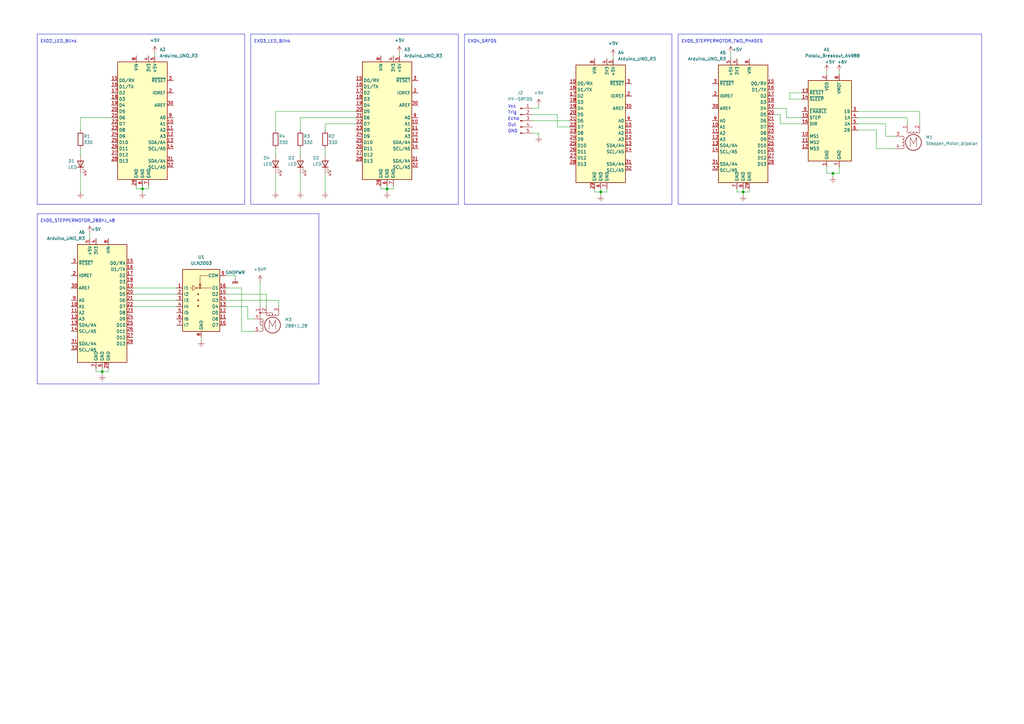
<source format=kicad_sch>
(kicad_sch (version 20230121) (generator eeschema)

  (uuid 6ae9f71f-4cc4-4fe2-a3f2-2ad1f85967b1)

  (paper "A3")

  (lib_symbols
    (symbol "Connector:Conn_01x05_Pin" (pin_names (offset 1.016) hide) (in_bom yes) (on_board yes)
      (property "Reference" "J" (at 0 7.62 0)
        (effects (font (size 1.27 1.27)))
      )
      (property "Value" "Conn_01x05_Pin" (at 0 -7.62 0)
        (effects (font (size 1.27 1.27)))
      )
      (property "Footprint" "" (at 0 0 0)
        (effects (font (size 1.27 1.27)) hide)
      )
      (property "Datasheet" "~" (at 0 0 0)
        (effects (font (size 1.27 1.27)) hide)
      )
      (property "ki_locked" "" (at 0 0 0)
        (effects (font (size 1.27 1.27)))
      )
      (property "ki_keywords" "connector" (at 0 0 0)
        (effects (font (size 1.27 1.27)) hide)
      )
      (property "ki_description" "Generic connector, single row, 01x05, script generated" (at 0 0 0)
        (effects (font (size 1.27 1.27)) hide)
      )
      (property "ki_fp_filters" "Connector*:*_1x??_*" (at 0 0 0)
        (effects (font (size 1.27 1.27)) hide)
      )
      (symbol "Conn_01x05_Pin_1_1"
        (polyline
          (pts
            (xy 1.27 -5.08)
            (xy 0.8636 -5.08)
          )
          (stroke (width 0.1524) (type default))
          (fill (type none))
        )
        (polyline
          (pts
            (xy 1.27 -2.54)
            (xy 0.8636 -2.54)
          )
          (stroke (width 0.1524) (type default))
          (fill (type none))
        )
        (polyline
          (pts
            (xy 1.27 0)
            (xy 0.8636 0)
          )
          (stroke (width 0.1524) (type default))
          (fill (type none))
        )
        (polyline
          (pts
            (xy 1.27 2.54)
            (xy 0.8636 2.54)
          )
          (stroke (width 0.1524) (type default))
          (fill (type none))
        )
        (polyline
          (pts
            (xy 1.27 5.08)
            (xy 0.8636 5.08)
          )
          (stroke (width 0.1524) (type default))
          (fill (type none))
        )
        (rectangle (start 0.8636 -4.953) (end 0 -5.207)
          (stroke (width 0.1524) (type default))
          (fill (type outline))
        )
        (rectangle (start 0.8636 -2.413) (end 0 -2.667)
          (stroke (width 0.1524) (type default))
          (fill (type outline))
        )
        (rectangle (start 0.8636 0.127) (end 0 -0.127)
          (stroke (width 0.1524) (type default))
          (fill (type outline))
        )
        (rectangle (start 0.8636 2.667) (end 0 2.413)
          (stroke (width 0.1524) (type default))
          (fill (type outline))
        )
        (rectangle (start 0.8636 5.207) (end 0 4.953)
          (stroke (width 0.1524) (type default))
          (fill (type outline))
        )
        (pin passive line (at 5.08 5.08 180) (length 3.81)
          (name "Pin_1" (effects (font (size 1.27 1.27))))
          (number "1" (effects (font (size 1.27 1.27))))
        )
        (pin passive line (at 5.08 2.54 180) (length 3.81)
          (name "Pin_2" (effects (font (size 1.27 1.27))))
          (number "2" (effects (font (size 1.27 1.27))))
        )
        (pin passive line (at 5.08 0 180) (length 3.81)
          (name "Pin_3" (effects (font (size 1.27 1.27))))
          (number "3" (effects (font (size 1.27 1.27))))
        )
        (pin passive line (at 5.08 -2.54 180) (length 3.81)
          (name "Pin_4" (effects (font (size 1.27 1.27))))
          (number "4" (effects (font (size 1.27 1.27))))
        )
        (pin passive line (at 5.08 -5.08 180) (length 3.81)
          (name "Pin_5" (effects (font (size 1.27 1.27))))
          (number "5" (effects (font (size 1.27 1.27))))
        )
      )
    )
    (symbol "Device:LED" (pin_numbers hide) (pin_names (offset 1.016) hide) (in_bom yes) (on_board yes)
      (property "Reference" "D" (at 0 2.54 0)
        (effects (font (size 1.27 1.27)))
      )
      (property "Value" "LED" (at 0 -2.54 0)
        (effects (font (size 1.27 1.27)))
      )
      (property "Footprint" "" (at 0 0 0)
        (effects (font (size 1.27 1.27)) hide)
      )
      (property "Datasheet" "~" (at 0 0 0)
        (effects (font (size 1.27 1.27)) hide)
      )
      (property "ki_keywords" "LED diode" (at 0 0 0)
        (effects (font (size 1.27 1.27)) hide)
      )
      (property "ki_description" "Light emitting diode" (at 0 0 0)
        (effects (font (size 1.27 1.27)) hide)
      )
      (property "ki_fp_filters" "LED* LED_SMD:* LED_THT:*" (at 0 0 0)
        (effects (font (size 1.27 1.27)) hide)
      )
      (symbol "LED_0_1"
        (polyline
          (pts
            (xy -1.27 -1.27)
            (xy -1.27 1.27)
          )
          (stroke (width 0.254) (type default))
          (fill (type none))
        )
        (polyline
          (pts
            (xy -1.27 0)
            (xy 1.27 0)
          )
          (stroke (width 0) (type default))
          (fill (type none))
        )
        (polyline
          (pts
            (xy 1.27 -1.27)
            (xy 1.27 1.27)
            (xy -1.27 0)
            (xy 1.27 -1.27)
          )
          (stroke (width 0.254) (type default))
          (fill (type none))
        )
        (polyline
          (pts
            (xy -3.048 -0.762)
            (xy -4.572 -2.286)
            (xy -3.81 -2.286)
            (xy -4.572 -2.286)
            (xy -4.572 -1.524)
          )
          (stroke (width 0) (type default))
          (fill (type none))
        )
        (polyline
          (pts
            (xy -1.778 -0.762)
            (xy -3.302 -2.286)
            (xy -2.54 -2.286)
            (xy -3.302 -2.286)
            (xy -3.302 -1.524)
          )
          (stroke (width 0) (type default))
          (fill (type none))
        )
      )
      (symbol "LED_1_1"
        (pin passive line (at -3.81 0 0) (length 2.54)
          (name "K" (effects (font (size 1.27 1.27))))
          (number "1" (effects (font (size 1.27 1.27))))
        )
        (pin passive line (at 3.81 0 180) (length 2.54)
          (name "A" (effects (font (size 1.27 1.27))))
          (number "2" (effects (font (size 1.27 1.27))))
        )
      )
    )
    (symbol "Device:R" (pin_numbers hide) (pin_names (offset 0)) (in_bom yes) (on_board yes)
      (property "Reference" "R" (at 2.032 0 90)
        (effects (font (size 1.27 1.27)))
      )
      (property "Value" "R" (at 0 0 90)
        (effects (font (size 1.27 1.27)))
      )
      (property "Footprint" "" (at -1.778 0 90)
        (effects (font (size 1.27 1.27)) hide)
      )
      (property "Datasheet" "~" (at 0 0 0)
        (effects (font (size 1.27 1.27)) hide)
      )
      (property "ki_keywords" "R res resistor" (at 0 0 0)
        (effects (font (size 1.27 1.27)) hide)
      )
      (property "ki_description" "Resistor" (at 0 0 0)
        (effects (font (size 1.27 1.27)) hide)
      )
      (property "ki_fp_filters" "R_*" (at 0 0 0)
        (effects (font (size 1.27 1.27)) hide)
      )
      (symbol "R_0_1"
        (rectangle (start -1.016 -2.54) (end 1.016 2.54)
          (stroke (width 0.254) (type default))
          (fill (type none))
        )
      )
      (symbol "R_1_1"
        (pin passive line (at 0 3.81 270) (length 1.27)
          (name "~" (effects (font (size 1.27 1.27))))
          (number "1" (effects (font (size 1.27 1.27))))
        )
        (pin passive line (at 0 -3.81 90) (length 1.27)
          (name "~" (effects (font (size 1.27 1.27))))
          (number "2" (effects (font (size 1.27 1.27))))
        )
      )
    )
    (symbol "Driver_Motor:Pololu_Breakout_A4988" (in_bom yes) (on_board yes)
      (property "Reference" "A" (at -2.54 19.05 0)
        (effects (font (size 1.27 1.27)) (justify right))
      )
      (property "Value" "Pololu_Breakout_A4988" (at -2.54 16.51 0)
        (effects (font (size 1.27 1.27)) (justify right))
      )
      (property "Footprint" "Module:Pololu_Breakout-16_15.2x20.3mm" (at 6.985 -19.05 0)
        (effects (font (size 1.27 1.27)) (justify left) hide)
      )
      (property "Datasheet" "https://www.pololu.com/product/2980/pictures" (at 2.54 -7.62 0)
        (effects (font (size 1.27 1.27)) hide)
      )
      (property "ki_keywords" "Pololu Breakout Board Stepper Driver A4988" (at 0 0 0)
        (effects (font (size 1.27 1.27)) hide)
      )
      (property "ki_description" "Pololu Breakout Board, Stepper Driver A4988" (at 0 0 0)
        (effects (font (size 1.27 1.27)) hide)
      )
      (property "ki_fp_filters" "Pololu*Breakout*15.2x20.3mm*" (at 0 0 0)
        (effects (font (size 1.27 1.27)) hide)
      )
      (symbol "Pololu_Breakout_A4988_0_1"
        (rectangle (start 10.16 -17.78) (end -7.62 15.24)
          (stroke (width 0.254) (type default))
          (fill (type background))
        )
      )
      (symbol "Pololu_Breakout_A4988_1_1"
        (pin power_in line (at 0 -20.32 90) (length 2.54)
          (name "GND" (effects (font (size 1.27 1.27))))
          (number "1" (effects (font (size 1.27 1.27))))
        )
        (pin input line (at -10.16 -7.62 0) (length 2.54)
          (name "MS1" (effects (font (size 1.27 1.27))))
          (number "10" (effects (font (size 1.27 1.27))))
        )
        (pin input line (at -10.16 -10.16 0) (length 2.54)
          (name "MS2" (effects (font (size 1.27 1.27))))
          (number "11" (effects (font (size 1.27 1.27))))
        )
        (pin input line (at -10.16 -12.7 0) (length 2.54)
          (name "MS3" (effects (font (size 1.27 1.27))))
          (number "12" (effects (font (size 1.27 1.27))))
        )
        (pin input line (at -10.16 10.16 0) (length 2.54)
          (name "~{RESET}" (effects (font (size 1.27 1.27))))
          (number "13" (effects (font (size 1.27 1.27))))
        )
        (pin input line (at -10.16 7.62 0) (length 2.54)
          (name "~{SLEEP}" (effects (font (size 1.27 1.27))))
          (number "14" (effects (font (size 1.27 1.27))))
        )
        (pin input line (at -10.16 0 0) (length 2.54)
          (name "STEP" (effects (font (size 1.27 1.27))))
          (number "15" (effects (font (size 1.27 1.27))))
        )
        (pin input line (at -10.16 -2.54 0) (length 2.54)
          (name "DIR" (effects (font (size 1.27 1.27))))
          (number "16" (effects (font (size 1.27 1.27))))
        )
        (pin power_in line (at 0 17.78 270) (length 2.54)
          (name "VDD" (effects (font (size 1.27 1.27))))
          (number "2" (effects (font (size 1.27 1.27))))
        )
        (pin output line (at 12.7 2.54 180) (length 2.54)
          (name "1B" (effects (font (size 1.27 1.27))))
          (number "3" (effects (font (size 1.27 1.27))))
        )
        (pin output line (at 12.7 0 180) (length 2.54)
          (name "1A" (effects (font (size 1.27 1.27))))
          (number "4" (effects (font (size 1.27 1.27))))
        )
        (pin output line (at 12.7 -2.54 180) (length 2.54)
          (name "2A" (effects (font (size 1.27 1.27))))
          (number "5" (effects (font (size 1.27 1.27))))
        )
        (pin output line (at 12.7 -5.08 180) (length 2.54)
          (name "2B" (effects (font (size 1.27 1.27))))
          (number "6" (effects (font (size 1.27 1.27))))
        )
        (pin power_in line (at 5.08 -20.32 90) (length 2.54)
          (name "GND" (effects (font (size 1.27 1.27))))
          (number "7" (effects (font (size 1.27 1.27))))
        )
        (pin power_in line (at 5.08 17.78 270) (length 2.54)
          (name "VMOT" (effects (font (size 1.27 1.27))))
          (number "8" (effects (font (size 1.27 1.27))))
        )
        (pin input line (at -10.16 2.54 0) (length 2.54)
          (name "~{ENABLE}" (effects (font (size 1.27 1.27))))
          (number "9" (effects (font (size 1.27 1.27))))
        )
      )
    )
    (symbol "MCU_Module:Arduino_UNO_R3" (in_bom yes) (on_board yes)
      (property "Reference" "A" (at -10.16 23.495 0)
        (effects (font (size 1.27 1.27)) (justify left bottom))
      )
      (property "Value" "Arduino_UNO_R3" (at 5.08 -26.67 0)
        (effects (font (size 1.27 1.27)) (justify left top))
      )
      (property "Footprint" "Module:Arduino_UNO_R3" (at 0 0 0)
        (effects (font (size 1.27 1.27) italic) hide)
      )
      (property "Datasheet" "https://www.arduino.cc/en/Main/arduinoBoardUno" (at 0 0 0)
        (effects (font (size 1.27 1.27)) hide)
      )
      (property "ki_keywords" "Arduino UNO R3 Microcontroller Module Atmel AVR USB" (at 0 0 0)
        (effects (font (size 1.27 1.27)) hide)
      )
      (property "ki_description" "Arduino UNO Microcontroller Module, release 3" (at 0 0 0)
        (effects (font (size 1.27 1.27)) hide)
      )
      (property "ki_fp_filters" "Arduino*UNO*R3*" (at 0 0 0)
        (effects (font (size 1.27 1.27)) hide)
      )
      (symbol "Arduino_UNO_R3_0_1"
        (rectangle (start -10.16 22.86) (end 10.16 -25.4)
          (stroke (width 0.254) (type default))
          (fill (type background))
        )
      )
      (symbol "Arduino_UNO_R3_1_1"
        (pin no_connect line (at -10.16 -20.32 0) (length 2.54) hide
          (name "NC" (effects (font (size 1.27 1.27))))
          (number "1" (effects (font (size 1.27 1.27))))
        )
        (pin bidirectional line (at 12.7 -2.54 180) (length 2.54)
          (name "A1" (effects (font (size 1.27 1.27))))
          (number "10" (effects (font (size 1.27 1.27))))
        )
        (pin bidirectional line (at 12.7 -5.08 180) (length 2.54)
          (name "A2" (effects (font (size 1.27 1.27))))
          (number "11" (effects (font (size 1.27 1.27))))
        )
        (pin bidirectional line (at 12.7 -7.62 180) (length 2.54)
          (name "A3" (effects (font (size 1.27 1.27))))
          (number "12" (effects (font (size 1.27 1.27))))
        )
        (pin bidirectional line (at 12.7 -10.16 180) (length 2.54)
          (name "SDA/A4" (effects (font (size 1.27 1.27))))
          (number "13" (effects (font (size 1.27 1.27))))
        )
        (pin bidirectional line (at 12.7 -12.7 180) (length 2.54)
          (name "SCL/A5" (effects (font (size 1.27 1.27))))
          (number "14" (effects (font (size 1.27 1.27))))
        )
        (pin bidirectional line (at -12.7 15.24 0) (length 2.54)
          (name "D0/RX" (effects (font (size 1.27 1.27))))
          (number "15" (effects (font (size 1.27 1.27))))
        )
        (pin bidirectional line (at -12.7 12.7 0) (length 2.54)
          (name "D1/TX" (effects (font (size 1.27 1.27))))
          (number "16" (effects (font (size 1.27 1.27))))
        )
        (pin bidirectional line (at -12.7 10.16 0) (length 2.54)
          (name "D2" (effects (font (size 1.27 1.27))))
          (number "17" (effects (font (size 1.27 1.27))))
        )
        (pin bidirectional line (at -12.7 7.62 0) (length 2.54)
          (name "D3" (effects (font (size 1.27 1.27))))
          (number "18" (effects (font (size 1.27 1.27))))
        )
        (pin bidirectional line (at -12.7 5.08 0) (length 2.54)
          (name "D4" (effects (font (size 1.27 1.27))))
          (number "19" (effects (font (size 1.27 1.27))))
        )
        (pin output line (at 12.7 10.16 180) (length 2.54)
          (name "IOREF" (effects (font (size 1.27 1.27))))
          (number "2" (effects (font (size 1.27 1.27))))
        )
        (pin bidirectional line (at -12.7 2.54 0) (length 2.54)
          (name "D5" (effects (font (size 1.27 1.27))))
          (number "20" (effects (font (size 1.27 1.27))))
        )
        (pin bidirectional line (at -12.7 0 0) (length 2.54)
          (name "D6" (effects (font (size 1.27 1.27))))
          (number "21" (effects (font (size 1.27 1.27))))
        )
        (pin bidirectional line (at -12.7 -2.54 0) (length 2.54)
          (name "D7" (effects (font (size 1.27 1.27))))
          (number "22" (effects (font (size 1.27 1.27))))
        )
        (pin bidirectional line (at -12.7 -5.08 0) (length 2.54)
          (name "D8" (effects (font (size 1.27 1.27))))
          (number "23" (effects (font (size 1.27 1.27))))
        )
        (pin bidirectional line (at -12.7 -7.62 0) (length 2.54)
          (name "D9" (effects (font (size 1.27 1.27))))
          (number "24" (effects (font (size 1.27 1.27))))
        )
        (pin bidirectional line (at -12.7 -10.16 0) (length 2.54)
          (name "D10" (effects (font (size 1.27 1.27))))
          (number "25" (effects (font (size 1.27 1.27))))
        )
        (pin bidirectional line (at -12.7 -12.7 0) (length 2.54)
          (name "D11" (effects (font (size 1.27 1.27))))
          (number "26" (effects (font (size 1.27 1.27))))
        )
        (pin bidirectional line (at -12.7 -15.24 0) (length 2.54)
          (name "D12" (effects (font (size 1.27 1.27))))
          (number "27" (effects (font (size 1.27 1.27))))
        )
        (pin bidirectional line (at -12.7 -17.78 0) (length 2.54)
          (name "D13" (effects (font (size 1.27 1.27))))
          (number "28" (effects (font (size 1.27 1.27))))
        )
        (pin power_in line (at -2.54 -27.94 90) (length 2.54)
          (name "GND" (effects (font (size 1.27 1.27))))
          (number "29" (effects (font (size 1.27 1.27))))
        )
        (pin input line (at 12.7 15.24 180) (length 2.54)
          (name "~{RESET}" (effects (font (size 1.27 1.27))))
          (number "3" (effects (font (size 1.27 1.27))))
        )
        (pin input line (at 12.7 5.08 180) (length 2.54)
          (name "AREF" (effects (font (size 1.27 1.27))))
          (number "30" (effects (font (size 1.27 1.27))))
        )
        (pin bidirectional line (at 12.7 -17.78 180) (length 2.54)
          (name "SDA/A4" (effects (font (size 1.27 1.27))))
          (number "31" (effects (font (size 1.27 1.27))))
        )
        (pin bidirectional line (at 12.7 -20.32 180) (length 2.54)
          (name "SCL/A5" (effects (font (size 1.27 1.27))))
          (number "32" (effects (font (size 1.27 1.27))))
        )
        (pin power_out line (at 2.54 25.4 270) (length 2.54)
          (name "3V3" (effects (font (size 1.27 1.27))))
          (number "4" (effects (font (size 1.27 1.27))))
        )
        (pin power_out line (at 5.08 25.4 270) (length 2.54)
          (name "+5V" (effects (font (size 1.27 1.27))))
          (number "5" (effects (font (size 1.27 1.27))))
        )
        (pin power_in line (at 0 -27.94 90) (length 2.54)
          (name "GND" (effects (font (size 1.27 1.27))))
          (number "6" (effects (font (size 1.27 1.27))))
        )
        (pin power_in line (at 2.54 -27.94 90) (length 2.54)
          (name "GND" (effects (font (size 1.27 1.27))))
          (number "7" (effects (font (size 1.27 1.27))))
        )
        (pin power_in line (at -2.54 25.4 270) (length 2.54)
          (name "VIN" (effects (font (size 1.27 1.27))))
          (number "8" (effects (font (size 1.27 1.27))))
        )
        (pin bidirectional line (at 12.7 0 180) (length 2.54)
          (name "A0" (effects (font (size 1.27 1.27))))
          (number "9" (effects (font (size 1.27 1.27))))
        )
      )
    )
    (symbol "Motor:Stepper_Motor_bipolar" (pin_names (offset 0) hide) (in_bom yes) (on_board yes)
      (property "Reference" "M" (at 3.81 2.54 0)
        (effects (font (size 1.27 1.27)) (justify left))
      )
      (property "Value" "Stepper_Motor_bipolar" (at 3.81 1.27 0)
        (effects (font (size 1.27 1.27)) (justify left top))
      )
      (property "Footprint" "" (at 0.254 -0.254 0)
        (effects (font (size 1.27 1.27)) hide)
      )
      (property "Datasheet" "http://www.infineon.com/dgdl/Application-Note-TLE8110EE_driving_UniPolarStepperMotor_V1.1.pdf?fileId=db3a30431be39b97011be5d0aa0a00b0" (at 0.254 -0.254 0)
        (effects (font (size 1.27 1.27)) hide)
      )
      (property "ki_keywords" "bipolar stepper motor" (at 0 0 0)
        (effects (font (size 1.27 1.27)) hide)
      )
      (property "ki_description" "4-wire bipolar stepper motor" (at 0 0 0)
        (effects (font (size 1.27 1.27)) hide)
      )
      (property "ki_fp_filters" "PinHeader*P2.54mm*Vertical* TerminalBlock* Motor*" (at 0 0 0)
        (effects (font (size 1.27 1.27)) hide)
      )
      (symbol "Stepper_Motor_bipolar_0_0"
        (polyline
          (pts
            (xy -1.27 -1.778)
            (xy -1.27 2.032)
            (xy 0 -0.508)
            (xy 1.27 2.032)
            (xy 1.27 -1.778)
          )
          (stroke (width 0) (type default))
          (fill (type none))
        )
      )
      (symbol "Stepper_Motor_bipolar_0_1"
        (arc (start -4.445 -2.54) (mid -3.8127 -1.905) (end -4.445 -1.27)
          (stroke (width 0) (type default))
          (fill (type none))
        )
        (arc (start -4.445 -1.27) (mid -3.8127 -0.635) (end -4.445 0)
          (stroke (width 0) (type default))
          (fill (type none))
        )
        (arc (start -4.445 0) (mid -3.8127 0.635) (end -4.445 1.27)
          (stroke (width 0) (type default))
          (fill (type none))
        )
        (arc (start -4.445 1.27) (mid -3.8127 1.905) (end -4.445 2.54)
          (stroke (width 0) (type default))
          (fill (type none))
        )
        (arc (start -2.54 4.445) (mid -1.905 3.8127) (end -1.27 4.445)
          (stroke (width 0) (type default))
          (fill (type none))
        )
        (arc (start -1.27 4.445) (mid -0.635 3.8127) (end 0 4.445)
          (stroke (width 0) (type default))
          (fill (type none))
        )
        (polyline
          (pts
            (xy -5.08 -2.54)
            (xy -4.445 -2.54)
          )
          (stroke (width 0) (type default))
          (fill (type none))
        )
        (polyline
          (pts
            (xy -5.08 2.54)
            (xy -4.445 2.54)
          )
          (stroke (width 0) (type default))
          (fill (type none))
        )
        (polyline
          (pts
            (xy -2.54 5.08)
            (xy -2.54 4.445)
          )
          (stroke (width 0) (type default))
          (fill (type none))
        )
        (polyline
          (pts
            (xy 2.54 5.08)
            (xy 2.54 4.445)
          )
          (stroke (width 0) (type default))
          (fill (type none))
        )
        (circle (center 0 0) (radius 3.2512)
          (stroke (width 0.254) (type default))
          (fill (type none))
        )
        (arc (start 0 4.445) (mid 0.635 3.8127) (end 1.27 4.445)
          (stroke (width 0) (type default))
          (fill (type none))
        )
        (arc (start 1.27 4.445) (mid 1.905 3.8127) (end 2.54 4.445)
          (stroke (width 0) (type default))
          (fill (type none))
        )
      )
      (symbol "Stepper_Motor_bipolar_1_1"
        (pin passive line (at -2.54 7.62 270) (length 2.54)
          (name "~" (effects (font (size 1.27 1.27))))
          (number "1" (effects (font (size 1.27 1.27))))
        )
        (pin passive line (at 2.54 7.62 270) (length 2.54)
          (name "-" (effects (font (size 1.27 1.27))))
          (number "2" (effects (font (size 1.27 1.27))))
        )
        (pin passive line (at -7.62 2.54 0) (length 2.54)
          (name "~" (effects (font (size 1.27 1.27))))
          (number "3" (effects (font (size 1.27 1.27))))
        )
        (pin passive line (at -7.62 -2.54 0) (length 2.54)
          (name "~" (effects (font (size 1.27 1.27))))
          (number "4" (effects (font (size 1.27 1.27))))
        )
      )
    )
    (symbol "Motor:Stepper_Motor_unipolar_5pin" (pin_names (offset 0) hide) (in_bom yes) (on_board yes)
      (property "Reference" "M" (at 3.81 2.54 0)
        (effects (font (size 1.27 1.27)) (justify left))
      )
      (property "Value" "Stepper_Motor_unipolar_5pin" (at 3.81 1.27 0)
        (effects (font (size 1.27 1.27)) (justify left top))
      )
      (property "Footprint" "" (at 0.254 -0.254 0)
        (effects (font (size 1.27 1.27)) hide)
      )
      (property "Datasheet" "http://www.infineon.com/dgdl/Application-Note-TLE8110EE_driving_UniPolarStepperMotor_V1.1.pdf?fileId=db3a30431be39b97011be5d0aa0a00b0" (at 0.254 -0.254 0)
        (effects (font (size 1.27 1.27)) hide)
      )
      (property "ki_keywords" "unipolar stepper motor" (at 0 0 0)
        (effects (font (size 1.27 1.27)) hide)
      )
      (property "ki_description" "5-wire unipolar stepper motor" (at 0 0 0)
        (effects (font (size 1.27 1.27)) hide)
      )
      (property "ki_fp_filters" "PinHeader*P2.54mm* TerminalBlock*" (at 0 0 0)
        (effects (font (size 1.27 1.27)) hide)
      )
      (symbol "Stepper_Motor_unipolar_5pin_0_0"
        (polyline
          (pts
            (xy -1.27 -1.778)
            (xy -1.27 2.032)
            (xy 0 -0.508)
            (xy 1.27 2.032)
            (xy 1.27 -1.778)
          )
          (stroke (width 0) (type default))
          (fill (type none))
        )
      )
      (symbol "Stepper_Motor_unipolar_5pin_0_1"
        (circle (center -5.08 5.08) (radius 0.0001)
          (stroke (width 0) (type default))
          (fill (type outline))
        )
        (circle (center -5.08 5.08) (radius 0.254)
          (stroke (width 0) (type default))
          (fill (type outline))
        )
        (arc (start -4.445 -2.54) (mid -3.8127 -1.905) (end -4.445 -1.27)
          (stroke (width 0) (type default))
          (fill (type none))
        )
        (arc (start -4.445 -1.27) (mid -3.8127 -0.635) (end -4.445 0)
          (stroke (width 0) (type default))
          (fill (type none))
        )
        (arc (start -4.445 0) (mid -3.8127 0.635) (end -4.445 1.27)
          (stroke (width 0) (type default))
          (fill (type none))
        )
        (arc (start -4.445 1.27) (mid -3.8127 1.905) (end -4.445 2.54)
          (stroke (width 0) (type default))
          (fill (type none))
        )
        (arc (start -2.54 4.445) (mid -1.905 3.8127) (end -1.27 4.445)
          (stroke (width 0) (type default))
          (fill (type none))
        )
        (arc (start -1.27 4.445) (mid -0.635 3.8127) (end 0 4.445)
          (stroke (width 0) (type default))
          (fill (type none))
        )
        (polyline
          (pts
            (xy -5.08 -2.54)
            (xy -4.445 -2.54)
          )
          (stroke (width 0) (type default))
          (fill (type none))
        )
        (polyline
          (pts
            (xy -5.08 2.54)
            (xy -4.445 2.54)
          )
          (stroke (width 0) (type default))
          (fill (type none))
        )
        (polyline
          (pts
            (xy -2.54 4.445)
            (xy -2.54 5.08)
          )
          (stroke (width 0) (type default))
          (fill (type none))
        )
        (polyline
          (pts
            (xy 2.54 4.445)
            (xy 2.54 5.08)
          )
          (stroke (width 0) (type default))
          (fill (type none))
        )
        (polyline
          (pts
            (xy -5.08 5.08)
            (xy -5.08 0)
            (xy -4.445 0)
          )
          (stroke (width 0) (type default))
          (fill (type none))
        )
        (polyline
          (pts
            (xy 0 4.445)
            (xy 0 5.08)
            (xy -5.08 5.08)
          )
          (stroke (width 0) (type default))
          (fill (type none))
        )
        (circle (center 0 0) (radius 3.2512)
          (stroke (width 0.254) (type default))
          (fill (type none))
        )
        (arc (start 0 4.445) (mid 0.635 3.8127) (end 1.27 4.445)
          (stroke (width 0) (type default))
          (fill (type none))
        )
        (arc (start 1.27 4.445) (mid 1.905 3.8127) (end 2.54 4.445)
          (stroke (width 0) (type default))
          (fill (type none))
        )
      )
      (symbol "Stepper_Motor_unipolar_5pin_1_1"
        (pin passive line (at -5.08 7.62 270) (length 2.54)
          (name "~" (effects (font (size 1.27 1.27))))
          (number "1" (effects (font (size 1.27 1.27))))
        )
        (pin passive line (at -2.54 7.62 270) (length 2.54)
          (name "~" (effects (font (size 1.27 1.27))))
          (number "2" (effects (font (size 1.27 1.27))))
        )
        (pin passive line (at 2.54 7.62 270) (length 2.54)
          (name "-" (effects (font (size 1.27 1.27))))
          (number "3" (effects (font (size 1.27 1.27))))
        )
        (pin passive line (at -7.62 2.54 0) (length 2.54)
          (name "~" (effects (font (size 1.27 1.27))))
          (number "4" (effects (font (size 1.27 1.27))))
        )
        (pin passive line (at -7.62 -2.54 0) (length 2.54)
          (name "~" (effects (font (size 1.27 1.27))))
          (number "5" (effects (font (size 1.27 1.27))))
        )
      )
    )
    (symbol "Transistor_Array:ULN2003" (in_bom yes) (on_board yes)
      (property "Reference" "U" (at 0 15.875 0)
        (effects (font (size 1.27 1.27)))
      )
      (property "Value" "ULN2003" (at 0 13.97 0)
        (effects (font (size 1.27 1.27)))
      )
      (property "Footprint" "" (at 1.27 -13.97 0)
        (effects (font (size 1.27 1.27)) (justify left) hide)
      )
      (property "Datasheet" "http://www.ti.com/lit/ds/symlink/uln2003a.pdf" (at 2.54 -5.08 0)
        (effects (font (size 1.27 1.27)) hide)
      )
      (property "ki_keywords" "darlington transistor array" (at 0 0 0)
        (effects (font (size 1.27 1.27)) hide)
      )
      (property "ki_description" "High Voltage, High Current Darlington Transistor Arrays, SOIC16/SOIC16W/DIP16/TSSOP16" (at 0 0 0)
        (effects (font (size 1.27 1.27)) hide)
      )
      (property "ki_fp_filters" "DIP*W7.62mm* SOIC*3.9x9.9mm*P1.27mm* SSOP*4.4x5.2mm*P0.65mm* TSSOP*4.4x5mm*P0.65mm* SOIC*W*5.3x10.2mm*P1.27mm*" (at 0 0 0)
        (effects (font (size 1.27 1.27)) hide)
      )
      (symbol "ULN2003_0_1"
        (rectangle (start -7.62 -12.7) (end 7.62 12.7)
          (stroke (width 0.254) (type default))
          (fill (type background))
        )
        (circle (center -1.778 5.08) (radius 0.254)
          (stroke (width 0) (type default))
          (fill (type none))
        )
        (circle (center -1.27 -2.286) (radius 0.254)
          (stroke (width 0) (type default))
          (fill (type outline))
        )
        (circle (center -1.27 0) (radius 0.254)
          (stroke (width 0) (type default))
          (fill (type outline))
        )
        (circle (center -1.27 2.54) (radius 0.254)
          (stroke (width 0) (type default))
          (fill (type outline))
        )
        (circle (center -0.508 5.08) (radius 0.254)
          (stroke (width 0) (type default))
          (fill (type outline))
        )
        (polyline
          (pts
            (xy -4.572 5.08)
            (xy -3.556 5.08)
          )
          (stroke (width 0) (type default))
          (fill (type none))
        )
        (polyline
          (pts
            (xy -1.524 5.08)
            (xy 4.064 5.08)
          )
          (stroke (width 0) (type default))
          (fill (type none))
        )
        (polyline
          (pts
            (xy 0 6.731)
            (xy -1.016 6.731)
          )
          (stroke (width 0) (type default))
          (fill (type none))
        )
        (polyline
          (pts
            (xy -0.508 5.08)
            (xy -0.508 10.16)
            (xy 2.921 10.16)
          )
          (stroke (width 0) (type default))
          (fill (type none))
        )
        (polyline
          (pts
            (xy -3.556 6.096)
            (xy -3.556 4.064)
            (xy -2.032 5.08)
            (xy -3.556 6.096)
          )
          (stroke (width 0) (type default))
          (fill (type none))
        )
        (polyline
          (pts
            (xy 0 5.969)
            (xy -1.016 5.969)
            (xy -0.508 6.731)
            (xy 0 5.969)
          )
          (stroke (width 0) (type default))
          (fill (type none))
        )
      )
      (symbol "ULN2003_1_1"
        (pin input line (at -10.16 5.08 0) (length 2.54)
          (name "I1" (effects (font (size 1.27 1.27))))
          (number "1" (effects (font (size 1.27 1.27))))
        )
        (pin open_collector line (at 10.16 -10.16 180) (length 2.54)
          (name "O7" (effects (font (size 1.27 1.27))))
          (number "10" (effects (font (size 1.27 1.27))))
        )
        (pin open_collector line (at 10.16 -7.62 180) (length 2.54)
          (name "O6" (effects (font (size 1.27 1.27))))
          (number "11" (effects (font (size 1.27 1.27))))
        )
        (pin open_collector line (at 10.16 -5.08 180) (length 2.54)
          (name "O5" (effects (font (size 1.27 1.27))))
          (number "12" (effects (font (size 1.27 1.27))))
        )
        (pin open_collector line (at 10.16 -2.54 180) (length 2.54)
          (name "O4" (effects (font (size 1.27 1.27))))
          (number "13" (effects (font (size 1.27 1.27))))
        )
        (pin open_collector line (at 10.16 0 180) (length 2.54)
          (name "O3" (effects (font (size 1.27 1.27))))
          (number "14" (effects (font (size 1.27 1.27))))
        )
        (pin open_collector line (at 10.16 2.54 180) (length 2.54)
          (name "O2" (effects (font (size 1.27 1.27))))
          (number "15" (effects (font (size 1.27 1.27))))
        )
        (pin open_collector line (at 10.16 5.08 180) (length 2.54)
          (name "O1" (effects (font (size 1.27 1.27))))
          (number "16" (effects (font (size 1.27 1.27))))
        )
        (pin input line (at -10.16 2.54 0) (length 2.54)
          (name "I2" (effects (font (size 1.27 1.27))))
          (number "2" (effects (font (size 1.27 1.27))))
        )
        (pin input line (at -10.16 0 0) (length 2.54)
          (name "I3" (effects (font (size 1.27 1.27))))
          (number "3" (effects (font (size 1.27 1.27))))
        )
        (pin input line (at -10.16 -2.54 0) (length 2.54)
          (name "I4" (effects (font (size 1.27 1.27))))
          (number "4" (effects (font (size 1.27 1.27))))
        )
        (pin input line (at -10.16 -5.08 0) (length 2.54)
          (name "I5" (effects (font (size 1.27 1.27))))
          (number "5" (effects (font (size 1.27 1.27))))
        )
        (pin input line (at -10.16 -7.62 0) (length 2.54)
          (name "I6" (effects (font (size 1.27 1.27))))
          (number "6" (effects (font (size 1.27 1.27))))
        )
        (pin input line (at -10.16 -10.16 0) (length 2.54)
          (name "I7" (effects (font (size 1.27 1.27))))
          (number "7" (effects (font (size 1.27 1.27))))
        )
        (pin power_in line (at 0 -15.24 90) (length 2.54)
          (name "GND" (effects (font (size 1.27 1.27))))
          (number "8" (effects (font (size 1.27 1.27))))
        )
        (pin passive line (at 10.16 10.16 180) (length 2.54)
          (name "COM" (effects (font (size 1.27 1.27))))
          (number "9" (effects (font (size 1.27 1.27))))
        )
      )
    )
    (symbol "power:+5V" (power) (pin_names (offset 0)) (in_bom yes) (on_board yes)
      (property "Reference" "#PWR" (at 0 -3.81 0)
        (effects (font (size 1.27 1.27)) hide)
      )
      (property "Value" "+5V" (at 0 3.556 0)
        (effects (font (size 1.27 1.27)))
      )
      (property "Footprint" "" (at 0 0 0)
        (effects (font (size 1.27 1.27)) hide)
      )
      (property "Datasheet" "" (at 0 0 0)
        (effects (font (size 1.27 1.27)) hide)
      )
      (property "ki_keywords" "global power" (at 0 0 0)
        (effects (font (size 1.27 1.27)) hide)
      )
      (property "ki_description" "Power symbol creates a global label with name \"+5V\"" (at 0 0 0)
        (effects (font (size 1.27 1.27)) hide)
      )
      (symbol "+5V_0_1"
        (polyline
          (pts
            (xy -0.762 1.27)
            (xy 0 2.54)
          )
          (stroke (width 0) (type default))
          (fill (type none))
        )
        (polyline
          (pts
            (xy 0 0)
            (xy 0 2.54)
          )
          (stroke (width 0) (type default))
          (fill (type none))
        )
        (polyline
          (pts
            (xy 0 2.54)
            (xy 0.762 1.27)
          )
          (stroke (width 0) (type default))
          (fill (type none))
        )
      )
      (symbol "+5V_1_1"
        (pin power_in line (at 0 0 90) (length 0) hide
          (name "+5V" (effects (font (size 1.27 1.27))))
          (number "1" (effects (font (size 1.27 1.27))))
        )
      )
    )
    (symbol "power:+5VP" (power) (pin_names (offset 0)) (in_bom yes) (on_board yes)
      (property "Reference" "#PWR" (at 0 -3.81 0)
        (effects (font (size 1.27 1.27)) hide)
      )
      (property "Value" "+5VP" (at 0 3.556 0)
        (effects (font (size 1.27 1.27)))
      )
      (property "Footprint" "" (at 0 0 0)
        (effects (font (size 1.27 1.27)) hide)
      )
      (property "Datasheet" "" (at 0 0 0)
        (effects (font (size 1.27 1.27)) hide)
      )
      (property "ki_keywords" "global power" (at 0 0 0)
        (effects (font (size 1.27 1.27)) hide)
      )
      (property "ki_description" "Power symbol creates a global label with name \"+5VP\"" (at 0 0 0)
        (effects (font (size 1.27 1.27)) hide)
      )
      (symbol "+5VP_0_1"
        (polyline
          (pts
            (xy -0.762 1.27)
            (xy 0 2.54)
          )
          (stroke (width 0) (type default))
          (fill (type none))
        )
        (polyline
          (pts
            (xy 0 0)
            (xy 0 2.54)
          )
          (stroke (width 0) (type default))
          (fill (type none))
        )
        (polyline
          (pts
            (xy 0 2.54)
            (xy 0.762 1.27)
          )
          (stroke (width 0) (type default))
          (fill (type none))
        )
      )
      (symbol "+5VP_1_1"
        (pin power_in line (at 0 0 90) (length 0) hide
          (name "+5VP" (effects (font (size 1.27 1.27))))
          (number "1" (effects (font (size 1.27 1.27))))
        )
      )
    )
    (symbol "power:+6V" (power) (pin_names (offset 0)) (in_bom yes) (on_board yes)
      (property "Reference" "#PWR" (at 0 -3.81 0)
        (effects (font (size 1.27 1.27)) hide)
      )
      (property "Value" "+6V" (at 0 3.556 0)
        (effects (font (size 1.27 1.27)))
      )
      (property "Footprint" "" (at 0 0 0)
        (effects (font (size 1.27 1.27)) hide)
      )
      (property "Datasheet" "" (at 0 0 0)
        (effects (font (size 1.27 1.27)) hide)
      )
      (property "ki_keywords" "global power" (at 0 0 0)
        (effects (font (size 1.27 1.27)) hide)
      )
      (property "ki_description" "Power symbol creates a global label with name \"+6V\"" (at 0 0 0)
        (effects (font (size 1.27 1.27)) hide)
      )
      (symbol "+6V_0_1"
        (polyline
          (pts
            (xy -0.762 1.27)
            (xy 0 2.54)
          )
          (stroke (width 0) (type default))
          (fill (type none))
        )
        (polyline
          (pts
            (xy 0 0)
            (xy 0 2.54)
          )
          (stroke (width 0) (type default))
          (fill (type none))
        )
        (polyline
          (pts
            (xy 0 2.54)
            (xy 0.762 1.27)
          )
          (stroke (width 0) (type default))
          (fill (type none))
        )
      )
      (symbol "+6V_1_1"
        (pin power_in line (at 0 0 90) (length 0) hide
          (name "+6V" (effects (font (size 1.27 1.27))))
          (number "1" (effects (font (size 1.27 1.27))))
        )
      )
    )
    (symbol "power:Earth" (power) (pin_names (offset 0)) (in_bom yes) (on_board yes)
      (property "Reference" "#PWR" (at 0 -6.35 0)
        (effects (font (size 1.27 1.27)) hide)
      )
      (property "Value" "Earth" (at 0 -3.81 0)
        (effects (font (size 1.27 1.27)) hide)
      )
      (property "Footprint" "" (at 0 0 0)
        (effects (font (size 1.27 1.27)) hide)
      )
      (property "Datasheet" "~" (at 0 0 0)
        (effects (font (size 1.27 1.27)) hide)
      )
      (property "ki_keywords" "global ground gnd" (at 0 0 0)
        (effects (font (size 1.27 1.27)) hide)
      )
      (property "ki_description" "Power symbol creates a global label with name \"Earth\"" (at 0 0 0)
        (effects (font (size 1.27 1.27)) hide)
      )
      (symbol "Earth_0_1"
        (polyline
          (pts
            (xy -0.635 -1.905)
            (xy 0.635 -1.905)
          )
          (stroke (width 0) (type default))
          (fill (type none))
        )
        (polyline
          (pts
            (xy -0.127 -2.54)
            (xy 0.127 -2.54)
          )
          (stroke (width 0) (type default))
          (fill (type none))
        )
        (polyline
          (pts
            (xy 0 -1.27)
            (xy 0 0)
          )
          (stroke (width 0) (type default))
          (fill (type none))
        )
        (polyline
          (pts
            (xy 1.27 -1.27)
            (xy -1.27 -1.27)
          )
          (stroke (width 0) (type default))
          (fill (type none))
        )
      )
      (symbol "Earth_1_1"
        (pin power_in line (at 0 0 270) (length 0) hide
          (name "Earth" (effects (font (size 1.27 1.27))))
          (number "1" (effects (font (size 1.27 1.27))))
        )
      )
    )
    (symbol "power:GNDPWR" (power) (pin_names (offset 0)) (in_bom yes) (on_board yes)
      (property "Reference" "#PWR" (at 0 -5.08 0)
        (effects (font (size 1.27 1.27)) hide)
      )
      (property "Value" "GNDPWR" (at 0 -3.302 0)
        (effects (font (size 1.27 1.27)))
      )
      (property "Footprint" "" (at 0 -1.27 0)
        (effects (font (size 1.27 1.27)) hide)
      )
      (property "Datasheet" "" (at 0 -1.27 0)
        (effects (font (size 1.27 1.27)) hide)
      )
      (property "ki_keywords" "global ground" (at 0 0 0)
        (effects (font (size 1.27 1.27)) hide)
      )
      (property "ki_description" "Power symbol creates a global label with name \"GNDPWR\" , global ground" (at 0 0 0)
        (effects (font (size 1.27 1.27)) hide)
      )
      (symbol "GNDPWR_0_1"
        (polyline
          (pts
            (xy 0 -1.27)
            (xy 0 0)
          )
          (stroke (width 0) (type default))
          (fill (type none))
        )
        (polyline
          (pts
            (xy -1.016 -1.27)
            (xy -1.27 -2.032)
            (xy -1.27 -2.032)
          )
          (stroke (width 0.2032) (type default))
          (fill (type none))
        )
        (polyline
          (pts
            (xy -0.508 -1.27)
            (xy -0.762 -2.032)
            (xy -0.762 -2.032)
          )
          (stroke (width 0.2032) (type default))
          (fill (type none))
        )
        (polyline
          (pts
            (xy 0 -1.27)
            (xy -0.254 -2.032)
            (xy -0.254 -2.032)
          )
          (stroke (width 0.2032) (type default))
          (fill (type none))
        )
        (polyline
          (pts
            (xy 0.508 -1.27)
            (xy 0.254 -2.032)
            (xy 0.254 -2.032)
          )
          (stroke (width 0.2032) (type default))
          (fill (type none))
        )
        (polyline
          (pts
            (xy 1.016 -1.27)
            (xy -1.016 -1.27)
            (xy -1.016 -1.27)
          )
          (stroke (width 0.2032) (type default))
          (fill (type none))
        )
        (polyline
          (pts
            (xy 1.016 -1.27)
            (xy 0.762 -2.032)
            (xy 0.762 -2.032)
            (xy 0.762 -2.032)
          )
          (stroke (width 0.2032) (type default))
          (fill (type none))
        )
      )
      (symbol "GNDPWR_1_1"
        (pin power_in line (at 0 0 270) (length 0) hide
          (name "GNDPWR" (effects (font (size 1.27 1.27))))
          (number "1" (effects (font (size 1.27 1.27))))
        )
      )
    )
  )

  (junction (at 341.63 71.12) (diameter 0) (color 0 0 0 0)
    (uuid 0afe40ee-0901-4d0e-a575-7aa491798b06)
  )
  (junction (at 158.75 77.47) (diameter 0) (color 0 0 0 0)
    (uuid 404a43d4-954b-4f2f-84f0-abe076a96354)
  )
  (junction (at 58.42 77.47) (diameter 0) (color 0 0 0 0)
    (uuid 470f5e1a-8099-446e-8838-a4ba9b72275d)
  )
  (junction (at 41.91 152.4) (diameter 0) (color 0 0 0 0)
    (uuid 5632eadc-3063-4e72-b3c0-9e5bd7b39fb4)
  )
  (junction (at 246.38 78.74) (diameter 0) (color 0 0 0 0)
    (uuid 74cfafd6-cafb-432f-ae09-a793271c2ad7)
  )
  (junction (at 304.8 78.74) (diameter 0) (color 0 0 0 0)
    (uuid eb130eb1-df5b-49b3-a405-b1a613389fd4)
  )

  (wire (pts (xy 307.34 78.74) (xy 304.8 78.74))
    (stroke (width 0) (type default))
    (uuid 011390eb-e5ce-44a4-80c2-71e35c57bfdc)
  )
  (wire (pts (xy 218.44 49.53) (xy 233.68 49.53))
    (stroke (width 0) (type default))
    (uuid 03d24d25-a73a-41ff-bbc8-449fe9430de3)
  )
  (wire (pts (xy 60.96 77.47) (xy 58.42 77.47))
    (stroke (width 0) (type default))
    (uuid 045d7e6b-6463-4030-8927-cdd5b59f6ec0)
  )
  (wire (pts (xy 123.19 71.12) (xy 123.19 78.74))
    (stroke (width 0) (type default))
    (uuid 04e1d63a-d1df-46d2-9f33-bd7882a92154)
  )
  (wire (pts (xy 156.21 77.47) (xy 158.75 77.47))
    (stroke (width 0) (type default))
    (uuid 068556a9-636c-40d2-87b0-d0bca7555088)
  )
  (wire (pts (xy 104.14 135.89) (xy 99.06 135.89))
    (stroke (width 0) (type default))
    (uuid 0cf4dbd1-0908-44ac-a87c-f1bb3584433d)
  )
  (wire (pts (xy 220.98 44.45) (xy 220.98 43.18))
    (stroke (width 0) (type default))
    (uuid 0e176550-7b91-405c-8b3e-1b88bc9887ea)
  )
  (wire (pts (xy 341.63 71.12) (xy 344.17 71.12))
    (stroke (width 0) (type default))
    (uuid 0ebdf9f3-52df-4212-8817-5ab5f946c661)
  )
  (wire (pts (xy 99.06 118.11) (xy 92.71 118.11))
    (stroke (width 0) (type default))
    (uuid 12d75558-36ef-4902-8ddb-030dbf8d7b3d)
  )
  (wire (pts (xy 341.63 71.12) (xy 341.63 72.39))
    (stroke (width 0) (type default))
    (uuid 133b1adb-2957-4a32-9635-31b3ab50271f)
  )
  (wire (pts (xy 328.93 38.1) (xy 323.85 38.1))
    (stroke (width 0) (type default))
    (uuid 1342ca62-60ee-477b-870b-a5e91b79146a)
  )
  (wire (pts (xy 161.29 76.2) (xy 161.29 77.47))
    (stroke (width 0) (type default))
    (uuid 1b8acd77-9a43-4fef-a30b-b7273ef92f34)
  )
  (wire (pts (xy 101.6 125.73) (xy 101.6 130.81))
    (stroke (width 0) (type default))
    (uuid 1e4f782c-058a-4b0c-86a2-28078cace7e5)
  )
  (wire (pts (xy 363.22 50.8) (xy 363.22 55.88))
    (stroke (width 0) (type default))
    (uuid 1f8f82cc-4578-465b-9b2a-544e413736ef)
  )
  (wire (pts (xy 372.11 48.26) (xy 351.79 48.26))
    (stroke (width 0) (type default))
    (uuid 24bdc416-ea02-4763-9490-c8517e9249b8)
  )
  (wire (pts (xy 304.8 78.74) (xy 304.8 80.01))
    (stroke (width 0) (type default))
    (uuid 261dfd1c-8748-47ee-b2af-6e23a8f0f9ae)
  )
  (wire (pts (xy 246.38 78.74) (xy 246.38 80.01))
    (stroke (width 0) (type default))
    (uuid 27753c77-7a83-4068-bc8a-45d52a447406)
  )
  (wire (pts (xy 41.91 151.13) (xy 41.91 152.4))
    (stroke (width 0) (type default))
    (uuid 2e4a8cf1-50b1-4e30-9ab0-19e02c78068e)
  )
  (wire (pts (xy 323.85 40.64) (xy 328.93 40.64))
    (stroke (width 0) (type default))
    (uuid 3bf760a0-a556-40a7-8031-06e6df717305)
  )
  (wire (pts (xy 55.88 76.2) (xy 55.88 77.47))
    (stroke (width 0) (type default))
    (uuid 3ef41cc1-ae80-4171-ae7f-0fe7e77b57d4)
  )
  (wire (pts (xy 92.71 113.03) (xy 96.52 113.03))
    (stroke (width 0) (type default))
    (uuid 3f899e14-68ec-47b4-8cbc-3189e412586f)
  )
  (wire (pts (xy 218.44 44.45) (xy 220.98 44.45))
    (stroke (width 0) (type default))
    (uuid 40d79467-2618-4fcc-a4b3-e3384ea9c359)
  )
  (wire (pts (xy 45.72 48.26) (xy 33.02 48.26))
    (stroke (width 0) (type default))
    (uuid 46661a3c-e9b5-4e1a-a799-a3e968dd851f)
  )
  (wire (pts (xy 60.96 76.2) (xy 60.96 77.47))
    (stroke (width 0) (type default))
    (uuid 4735d6ed-f064-4ce6-8746-c6361d53da15)
  )
  (wire (pts (xy 33.02 71.12) (xy 33.02 78.74))
    (stroke (width 0) (type default))
    (uuid 48040f4c-0afb-4a0a-a74e-183022a92aba)
  )
  (wire (pts (xy 218.44 54.61) (xy 220.98 54.61))
    (stroke (width 0) (type default))
    (uuid 4a9aa4ee-9d87-498d-b583-637a5fa37478)
  )
  (wire (pts (xy 109.22 125.73) (xy 109.22 120.65))
    (stroke (width 0) (type default))
    (uuid 4bbe112c-dbee-4631-8e93-563c0237c74b)
  )
  (wire (pts (xy 58.42 77.47) (xy 58.42 78.74))
    (stroke (width 0) (type default))
    (uuid 4d4631ef-e93a-4b66-82fe-0fd30f3e7d99)
  )
  (wire (pts (xy 158.75 76.2) (xy 158.75 77.47))
    (stroke (width 0) (type default))
    (uuid 4e585b93-90ee-45e3-afcf-6a0f4b21e48d)
  )
  (wire (pts (xy 299.72 21.59) (xy 299.72 24.13))
    (stroke (width 0) (type default))
    (uuid 50a38ac4-dd6f-40cf-9dd4-b23de7ad311e)
  )
  (wire (pts (xy 246.38 77.47) (xy 246.38 78.74))
    (stroke (width 0) (type default))
    (uuid 5198fafd-a3af-4c5b-bfa4-8f8a7d8a4515)
  )
  (wire (pts (xy 44.45 152.4) (xy 41.91 152.4))
    (stroke (width 0) (type default))
    (uuid 5253b569-8bc0-432b-8e3b-232d190a221e)
  )
  (wire (pts (xy 33.02 48.26) (xy 33.02 53.34))
    (stroke (width 0) (type default))
    (uuid 536f0893-5f2a-48d3-ad3b-3f039d0f4025)
  )
  (wire (pts (xy 54.61 125.73) (xy 72.39 125.73))
    (stroke (width 0) (type default))
    (uuid 55a746f3-01a9-4643-90ec-75b27aad33f4)
  )
  (wire (pts (xy 163.83 21.59) (xy 163.83 22.86))
    (stroke (width 0) (type default))
    (uuid 57f328ef-7153-4457-9b84-71ba952bd81e)
  )
  (wire (pts (xy 101.6 130.81) (xy 104.14 130.81))
    (stroke (width 0) (type default))
    (uuid 5bdc4618-b550-427c-9883-4e538b85b692)
  )
  (wire (pts (xy 39.37 152.4) (xy 41.91 152.4))
    (stroke (width 0) (type default))
    (uuid 5d7425c7-ea23-4556-bb38-1ffbdf679732)
  )
  (wire (pts (xy 156.21 76.2) (xy 156.21 77.47))
    (stroke (width 0) (type default))
    (uuid 640a65f9-65e4-453f-920f-972a36423004)
  )
  (wire (pts (xy 317.5 44.45) (xy 322.58 44.45))
    (stroke (width 0) (type default))
    (uuid 64fd343a-cf31-41d1-88aa-97bf2e009338)
  )
  (wire (pts (xy 372.11 50.8) (xy 372.11 48.26))
    (stroke (width 0) (type default))
    (uuid 6551bb2b-92be-448b-9aa5-148034eeb5c2)
  )
  (wire (pts (xy 228.6 46.99) (xy 228.6 52.07))
    (stroke (width 0) (type default))
    (uuid 6645878a-fe22-429f-b9d2-f619aa0048bc)
  )
  (wire (pts (xy 92.71 125.73) (xy 101.6 125.73))
    (stroke (width 0) (type default))
    (uuid 6775d22e-1108-49e5-8d0d-2f135ed1e13b)
  )
  (wire (pts (xy 44.45 151.13) (xy 44.45 152.4))
    (stroke (width 0) (type default))
    (uuid 698e9537-5585-405c-9ac9-5aa51648a82d)
  )
  (wire (pts (xy 351.79 50.8) (xy 363.22 50.8))
    (stroke (width 0) (type default))
    (uuid 6c9c2d8f-30bc-470e-8b74-231f53c1a1b0)
  )
  (wire (pts (xy 359.41 53.34) (xy 351.79 53.34))
    (stroke (width 0) (type default))
    (uuid 71bb0066-37bf-4ebc-a5b0-0e5754748557)
  )
  (wire (pts (xy 323.85 38.1) (xy 323.85 40.64))
    (stroke (width 0) (type default))
    (uuid 71cad9b3-3273-426f-b30a-178ba486dd22)
  )
  (wire (pts (xy 114.3 125.73) (xy 114.3 123.19))
    (stroke (width 0) (type default))
    (uuid 774505cd-ecda-4f1c-82e2-7aad54d56ed1)
  )
  (wire (pts (xy 251.46 22.86) (xy 251.46 24.13))
    (stroke (width 0) (type default))
    (uuid 79b2a23f-0205-497f-91a7-4fb6d9bb17f4)
  )
  (wire (pts (xy 54.61 118.11) (xy 72.39 118.11))
    (stroke (width 0) (type default))
    (uuid 7efe9824-d498-494c-9731-64a5510c10a8)
  )
  (wire (pts (xy 63.5 21.59) (xy 63.5 22.86))
    (stroke (width 0) (type default))
    (uuid 7fe01f50-96b7-46bb-851b-19b54c7d3de1)
  )
  (wire (pts (xy 158.75 77.47) (xy 158.75 78.74))
    (stroke (width 0) (type default))
    (uuid 8008690c-8e08-49d4-a406-1370fc8061ea)
  )
  (wire (pts (xy 363.22 55.88) (xy 367.03 55.88))
    (stroke (width 0) (type default))
    (uuid 80601523-68d7-4a91-b2f7-051abd51cbe8)
  )
  (wire (pts (xy 243.84 78.74) (xy 246.38 78.74))
    (stroke (width 0) (type default))
    (uuid 85d5acbc-4285-4b39-a0e3-9c0e7b6c0bde)
  )
  (wire (pts (xy 248.92 77.47) (xy 248.92 78.74))
    (stroke (width 0) (type default))
    (uuid 8c54958f-96c1-4a88-9917-53f2b4f8832c)
  )
  (wire (pts (xy 123.19 48.26) (xy 146.05 48.26))
    (stroke (width 0) (type default))
    (uuid 8f702834-7b1f-45bd-b101-2caddad957cd)
  )
  (wire (pts (xy 359.41 60.96) (xy 359.41 53.34))
    (stroke (width 0) (type default))
    (uuid 8f7a5fa6-5f2e-44ae-be2a-ea016eaa6b3f)
  )
  (wire (pts (xy 146.05 50.8) (xy 133.35 50.8))
    (stroke (width 0) (type default))
    (uuid 8fffb9b8-090f-4fe6-9905-26fa39d9f2d5)
  )
  (wire (pts (xy 161.29 77.47) (xy 158.75 77.47))
    (stroke (width 0) (type default))
    (uuid 92fbe5d2-2d6b-43be-aa96-e7a4cfb5b783)
  )
  (wire (pts (xy 218.44 46.99) (xy 228.6 46.99))
    (stroke (width 0) (type default))
    (uuid 94544727-5632-49b3-b5c3-a6f516c46b08)
  )
  (wire (pts (xy 228.6 52.07) (xy 233.68 52.07))
    (stroke (width 0) (type default))
    (uuid 971f3aa0-0d74-432f-935a-fb014ca54890)
  )
  (wire (pts (xy 92.71 123.19) (xy 114.3 123.19))
    (stroke (width 0) (type default))
    (uuid 9bad8e75-51be-430b-b3bb-970baa350137)
  )
  (wire (pts (xy 344.17 29.21) (xy 344.17 30.48))
    (stroke (width 0) (type default))
    (uuid 9d446517-bf6d-4383-b4cf-e6df66731477)
  )
  (wire (pts (xy 146.05 45.72) (xy 113.03 45.72))
    (stroke (width 0) (type default))
    (uuid 9ed5abe7-c97d-4799-949f-283fe0c59f3c)
  )
  (wire (pts (xy 96.52 113.03) (xy 96.52 114.3))
    (stroke (width 0) (type default))
    (uuid a2c88af9-122f-42c5-b55b-e9a10f9fd199)
  )
  (wire (pts (xy 36.83 95.25) (xy 36.83 97.79))
    (stroke (width 0) (type default))
    (uuid a7341084-dc50-468b-a1ec-b0d5b1506011)
  )
  (wire (pts (xy 133.35 71.12) (xy 133.35 78.74))
    (stroke (width 0) (type default))
    (uuid a978da86-78a3-489f-ab13-5f058a9af9ae)
  )
  (wire (pts (xy 99.06 135.89) (xy 99.06 118.11))
    (stroke (width 0) (type default))
    (uuid a9b022ca-c85c-4a1e-ac7d-14a59e00d874)
  )
  (wire (pts (xy 304.8 77.47) (xy 304.8 78.74))
    (stroke (width 0) (type default))
    (uuid abc73242-0c90-4823-bfdc-dcb887035760)
  )
  (wire (pts (xy 377.19 45.72) (xy 377.19 50.8))
    (stroke (width 0) (type default))
    (uuid acc37d43-6b0f-475f-b019-aab880b47792)
  )
  (wire (pts (xy 307.34 77.47) (xy 307.34 78.74))
    (stroke (width 0) (type default))
    (uuid ad2a0148-d184-4b5b-a7f4-346704df3ea9)
  )
  (wire (pts (xy 113.03 45.72) (xy 113.03 53.34))
    (stroke (width 0) (type default))
    (uuid ae610318-c708-4a3c-9135-f4afd617d080)
  )
  (wire (pts (xy 113.03 60.96) (xy 113.03 63.5))
    (stroke (width 0) (type default))
    (uuid af155737-98d2-4843-afa2-22777142d20c)
  )
  (wire (pts (xy 339.09 71.12) (xy 341.63 71.12))
    (stroke (width 0) (type default))
    (uuid b12586dc-b6b5-4e08-8b09-0ab9309d5c62)
  )
  (wire (pts (xy 243.84 77.47) (xy 243.84 78.74))
    (stroke (width 0) (type default))
    (uuid b28b061f-8421-48ea-af51-e7c6618666dd)
  )
  (wire (pts (xy 320.04 46.99) (xy 320.04 50.8))
    (stroke (width 0) (type default))
    (uuid b41e3804-dcf4-4829-975a-0b52879db326)
  )
  (wire (pts (xy 367.03 60.96) (xy 359.41 60.96))
    (stroke (width 0) (type default))
    (uuid b900398b-cf91-4fda-886c-b9fd49fd5f47)
  )
  (wire (pts (xy 58.42 76.2) (xy 58.42 77.47))
    (stroke (width 0) (type default))
    (uuid bf5a1d03-f7cb-4bc3-88dc-6926e8bb53e6)
  )
  (wire (pts (xy 82.55 138.43) (xy 82.55 139.7))
    (stroke (width 0) (type default))
    (uuid c0d4aa6d-13d0-4997-9b74-866a71119d2e)
  )
  (wire (pts (xy 317.5 46.99) (xy 320.04 46.99))
    (stroke (width 0) (type default))
    (uuid c2663d23-48d4-4e19-b389-988c12c0ef65)
  )
  (wire (pts (xy 133.35 60.96) (xy 133.35 63.5))
    (stroke (width 0) (type default))
    (uuid c60f786f-fbe7-4aa9-a1f6-5d230b733927)
  )
  (wire (pts (xy 339.09 29.21) (xy 339.09 30.48))
    (stroke (width 0) (type default))
    (uuid c8cca929-7adc-4d4c-bdde-ea721073593c)
  )
  (wire (pts (xy 248.92 78.74) (xy 246.38 78.74))
    (stroke (width 0) (type default))
    (uuid cae2eb3f-7dcd-46c5-9110-d1de7a3c6131)
  )
  (wire (pts (xy 302.26 77.47) (xy 302.26 78.74))
    (stroke (width 0) (type default))
    (uuid cdc52ae9-8814-4def-847d-274e5bd087ca)
  )
  (wire (pts (xy 41.91 152.4) (xy 41.91 153.67))
    (stroke (width 0) (type default))
    (uuid d1126673-774f-4eb0-8959-91867c656660)
  )
  (wire (pts (xy 123.19 53.34) (xy 123.19 48.26))
    (stroke (width 0) (type default))
    (uuid d4e325cc-c405-4006-9355-2f1cdcd876c8)
  )
  (wire (pts (xy 322.58 44.45) (xy 322.58 48.26))
    (stroke (width 0) (type default))
    (uuid d57f1f24-09b2-44d1-adaf-cba5ddca3528)
  )
  (wire (pts (xy 320.04 50.8) (xy 328.93 50.8))
    (stroke (width 0) (type default))
    (uuid d824a5a7-938a-448b-bcdc-88c519d65167)
  )
  (wire (pts (xy 113.03 71.12) (xy 113.03 78.74))
    (stroke (width 0) (type default))
    (uuid d9408dfb-5df6-418e-9ccf-e6b60cb79277)
  )
  (wire (pts (xy 302.26 78.74) (xy 304.8 78.74))
    (stroke (width 0) (type default))
    (uuid de5bdf9a-6092-4b60-a4f1-9aeee75cc6f6)
  )
  (wire (pts (xy 109.22 120.65) (xy 92.71 120.65))
    (stroke (width 0) (type default))
    (uuid e1c56ebb-918b-4959-b2a4-962a34de8772)
  )
  (wire (pts (xy 123.19 60.96) (xy 123.19 63.5))
    (stroke (width 0) (type default))
    (uuid e57ab780-feb1-4abc-9134-a4f211c4ff30)
  )
  (wire (pts (xy 33.02 60.96) (xy 33.02 63.5))
    (stroke (width 0) (type default))
    (uuid e606a80c-1134-4b46-97b6-96aeb7ad0447)
  )
  (wire (pts (xy 54.61 120.65) (xy 72.39 120.65))
    (stroke (width 0) (type default))
    (uuid e7f1b0a4-456e-4870-9228-5198d017a4a3)
  )
  (wire (pts (xy 106.68 115.57) (xy 106.68 125.73))
    (stroke (width 0) (type default))
    (uuid e84e0dea-bf13-4cdc-a11c-84d1d9bc4413)
  )
  (wire (pts (xy 39.37 151.13) (xy 39.37 152.4))
    (stroke (width 0) (type default))
    (uuid e8e45f46-6c95-4b1d-a4d5-5a9f37a32718)
  )
  (wire (pts (xy 322.58 48.26) (xy 328.93 48.26))
    (stroke (width 0) (type default))
    (uuid e9725e61-52f7-4aff-9438-3506c53078f1)
  )
  (wire (pts (xy 55.88 77.47) (xy 58.42 77.47))
    (stroke (width 0) (type default))
    (uuid eee26775-5dea-429f-ab8f-de34a23f3af1)
  )
  (wire (pts (xy 54.61 123.19) (xy 72.39 123.19))
    (stroke (width 0) (type default))
    (uuid f0eb1b9c-292f-4f0d-a0e2-9dd901dfce75)
  )
  (wire (pts (xy 133.35 50.8) (xy 133.35 53.34))
    (stroke (width 0) (type default))
    (uuid f246afef-495c-4627-b1b4-c6f310ff5135)
  )
  (wire (pts (xy 351.79 45.72) (xy 377.19 45.72))
    (stroke (width 0) (type default))
    (uuid f4dbba03-e051-404e-8dad-8cbb62b05544)
  )
  (wire (pts (xy 344.17 71.12) (xy 344.17 68.58))
    (stroke (width 0) (type default))
    (uuid f709e561-3f0c-4686-a8da-fcd073d2a99d)
  )
  (wire (pts (xy 339.09 68.58) (xy 339.09 71.12))
    (stroke (width 0) (type default))
    (uuid f9502490-d57c-4e3d-b9ff-a31e9b9cf72d)
  )
  (wire (pts (xy 220.98 54.61) (xy 220.98 55.88))
    (stroke (width 0) (type default))
    (uuid fc832f56-a5e0-49a6-9b5b-a935a7a03718)
  )

  (rectangle (start 278.13 13.97) (end 402.59 83.82)
    (stroke (width 0) (type default))
    (fill (type none))
    (uuid 716e7bc7-d8a3-4856-b79a-1cffa04eb801)
  )
  (rectangle (start 190.5 13.97) (end 275.59 83.82)
    (stroke (width 0) (type default))
    (fill (type none))
    (uuid ce235720-6498-4726-a33b-ffc1b4fe2169)
  )
  (rectangle (start 15.24 13.97) (end 100.33 83.82)
    (stroke (width 0) (type default))
    (fill (type none))
    (uuid d564ecae-9ebf-4431-b681-013c0fa89f90)
  )
  (rectangle (start 102.87 13.97) (end 187.96 83.82)
    (stroke (width 0) (type default))
    (fill (type none))
    (uuid eb2f479d-6473-499f-b2f0-0f922b98d64c)
  )
  (rectangle (start 15.24 87.63) (end 130.81 157.48)
    (stroke (width 0) (type default))
    (fill (type none))
    (uuid f5fa6720-288c-4b92-9caf-dc0291aca4d2)
  )

  (text "EX04_SRF05" (at 191.77 17.78 0)
    (effects (font (size 1.27 1.27)) (justify left bottom))
    (uuid 3044e040-c05e-49fb-8822-79d661eee5af)
  )
  (text "GND" (at 208.28 54.61 0)
    (effects (font (size 1.27 1.27)) (justify left bottom))
    (uuid 4d1b4a87-6376-463b-a143-1907f70f4db9)
  )
  (text "Vcc\n" (at 208.28 44.45 0)
    (effects (font (size 1.27 1.27)) (justify left bottom))
    (uuid 86b59252-d4f3-4fcf-a34a-5e64ef9c1658)
  )
  (text "EX02_LED_Blink" (at 16.51 17.78 0)
    (effects (font (size 1.27 1.27)) (justify left bottom))
    (uuid 8b49b869-3c03-45fc-8d56-146e34152c7f)
  )
  (text "Trig\n" (at 208.28 46.99 0)
    (effects (font (size 1.27 1.27)) (justify left bottom))
    (uuid 93753eca-156e-4eea-9a63-a23fecf6e1bb)
  )
  (text "Echo" (at 208.28 49.53 0)
    (effects (font (size 1.27 1.27)) (justify left bottom))
    (uuid ccde668e-7039-4488-90cc-47e9503ff50e)
  )
  (text "EX03_LED_Blink" (at 104.14 17.78 0)
    (effects (font (size 1.27 1.27)) (justify left bottom))
    (uuid cd3ea5f3-f59c-43de-864b-d55cd6cf8b23)
  )
  (text "EX05_STEPPERMOTOR_28BYJ_48" (at 16.51 91.44 0)
    (effects (font (size 1.27 1.27)) (justify left bottom))
    (uuid cea063ef-5e77-45f3-9d4f-eab6d358f2ce)
  )
  (text "Out" (at 208.28 52.07 0)
    (effects (font (size 1.27 1.27)) (justify left bottom))
    (uuid e8a0a31b-f295-4084-baed-15a3fc437814)
  )
  (text "EX05_STEPPERMOTOR_TWO_PHASES" (at 279.4 17.78 0)
    (effects (font (size 1.27 1.27)) (justify left bottom))
    (uuid ef65442b-0e6a-48f1-8dee-1fa6bde9c75d)
  )

  (symbol (lib_id "MCU_Module:Arduino_UNO_R3") (at 58.42 48.26 0) (unit 1)
    (in_bom yes) (on_board yes) (dnp no) (fields_autoplaced)
    (uuid 0a44be89-4945-49ae-8c4d-1b0c44ff315c)
    (property "Reference" "A2" (at 65.4559 20.32 0)
      (effects (font (size 1.27 1.27)) (justify left))
    )
    (property "Value" "Arduino_UNO_R3" (at 65.4559 22.86 0)
      (effects (font (size 1.27 1.27)) (justify left))
    )
    (property "Footprint" "Module:Arduino_UNO_R3" (at 58.42 48.26 0)
      (effects (font (size 1.27 1.27) italic) hide)
    )
    (property "Datasheet" "https://www.arduino.cc/en/Main/arduinoBoardUno" (at 58.42 48.26 0)
      (effects (font (size 1.27 1.27)) hide)
    )
    (pin "1" (uuid 12da848d-7553-40aa-9159-5327df676d46))
    (pin "10" (uuid 1b0c0c2d-4f3d-48b1-9447-569840f86662))
    (pin "11" (uuid d696f149-8d94-4955-bf7c-c9e29c26a648))
    (pin "12" (uuid 825addf1-e07b-4945-a6fc-72eb70b5e27c))
    (pin "13" (uuid c75cbcda-00d0-4741-ae63-0ce10d39a8ec))
    (pin "14" (uuid 6f8b887f-87b2-45fe-b5e6-c428268ae1b8))
    (pin "15" (uuid a1e40c98-839a-490f-aee9-403a96c100fe))
    (pin "16" (uuid 9802626c-8212-47d5-b419-773e6876e38c))
    (pin "17" (uuid 8f49d66d-a58b-4a89-b9d3-8a17c9253cc8))
    (pin "18" (uuid baf3c900-dda1-4853-8225-fb8acfb02a6a))
    (pin "19" (uuid e0eb652c-03f8-4a3f-8fd5-eb29167dc508))
    (pin "2" (uuid 7b14b7f7-049f-4cfd-ae7a-f1204df8b2cb))
    (pin "20" (uuid ee0a934f-b7fd-47e8-8def-6e9142c2f4f0))
    (pin "21" (uuid 5b2dd2c2-6781-4bf1-8640-f55cb3ce534c))
    (pin "22" (uuid d7b1afe9-299a-4add-a78a-56865b46aabe))
    (pin "23" (uuid b5bfd902-9adb-4e33-9c66-a3529f50656a))
    (pin "24" (uuid 316b582e-09eb-4220-ab9d-71924080c118))
    (pin "25" (uuid 1a73dc0e-d3bb-4baa-a8af-65e280511f43))
    (pin "26" (uuid e9408d31-9317-4358-9e9a-172e54a9f52a))
    (pin "27" (uuid f4cc56c4-e418-442d-8d3d-50a3913670f3))
    (pin "28" (uuid e4eff7f2-d627-4052-a5ed-b26c25f1766b))
    (pin "29" (uuid 13a64ddf-896a-40f5-9c7c-0901f7ce06b5))
    (pin "3" (uuid aee6efe6-3684-4ebf-b272-2e466a9f0855))
    (pin "30" (uuid aca9f67a-dbe7-4d0d-8fe7-87ffec16d6e6))
    (pin "31" (uuid cb00a145-2eb5-4a41-94e3-29867c41383a))
    (pin "32" (uuid 8b14a643-11f1-4392-bbc8-53d7df5dd5db))
    (pin "4" (uuid 7656626a-4868-4e22-aa51-ae1c6830d6a9))
    (pin "5" (uuid ec4e70fb-6ef0-4cc6-9f9e-5f66194ca687))
    (pin "6" (uuid 896338e0-93a0-46d2-885e-5e2cc18faee9))
    (pin "7" (uuid 64eed7d5-db39-422f-bdf1-abad80bcd8dd))
    (pin "8" (uuid 5253ab45-4efa-4067-9517-6152e59c5da6))
    (pin "9" (uuid 3f452f0d-4abe-4735-956a-b3f3bcf9b7ad))
    (instances
      (project "sch"
        (path "/6ae9f71f-4cc4-4fe2-a3f2-2ad1f85967b1"
          (reference "A2") (unit 1)
        )
      )
    )
  )

  (symbol (lib_id "power:Earth") (at 123.19 78.74 0) (unit 1)
    (in_bom yes) (on_board yes) (dnp no) (fields_autoplaced)
    (uuid 0decbb78-a800-4181-adb9-a1189b9886ad)
    (property "Reference" "#PWR07" (at 123.19 85.09 0)
      (effects (font (size 1.27 1.27)) hide)
    )
    (property "Value" "Earth" (at 123.19 82.55 0)
      (effects (font (size 1.27 1.27)) hide)
    )
    (property "Footprint" "" (at 123.19 78.74 0)
      (effects (font (size 1.27 1.27)) hide)
    )
    (property "Datasheet" "~" (at 123.19 78.74 0)
      (effects (font (size 1.27 1.27)) hide)
    )
    (pin "1" (uuid eb9e654b-852a-4acf-928f-2579df567297))
    (instances
      (project "sch"
        (path "/6ae9f71f-4cc4-4fe2-a3f2-2ad1f85967b1"
          (reference "#PWR07") (unit 1)
        )
      )
    )
  )

  (symbol (lib_id "power:+5V") (at 36.83 95.25 0) (unit 1)
    (in_bom yes) (on_board yes) (dnp no)
    (uuid 16b01ea1-df77-48c5-b9e6-d7dd69fcc03e)
    (property "Reference" "#PWR018" (at 36.83 99.06 0)
      (effects (font (size 1.27 1.27)) hide)
    )
    (property "Value" "+5V" (at 39.37 93.98 0)
      (effects (font (size 1.27 1.27)))
    )
    (property "Footprint" "" (at 36.83 95.25 0)
      (effects (font (size 1.27 1.27)) hide)
    )
    (property "Datasheet" "" (at 36.83 95.25 0)
      (effects (font (size 1.27 1.27)) hide)
    )
    (pin "1" (uuid a9d5e284-7944-42c9-ba28-814677e28f21))
    (instances
      (project "sch"
        (path "/6ae9f71f-4cc4-4fe2-a3f2-2ad1f85967b1"
          (reference "#PWR018") (unit 1)
        )
      )
    )
  )

  (symbol (lib_id "Device:R") (at 133.35 57.15 0) (unit 1)
    (in_bom yes) (on_board yes) (dnp no)
    (uuid 22789e6d-f884-4461-8c3e-b9dfc22f4b3c)
    (property "Reference" "R2" (at 134.62 55.88 0)
      (effects (font (size 1.27 1.27)) (justify left))
    )
    (property "Value" "330" (at 134.62 58.42 0)
      (effects (font (size 1.27 1.27)) (justify left))
    )
    (property "Footprint" "" (at 131.572 57.15 90)
      (effects (font (size 1.27 1.27)) hide)
    )
    (property "Datasheet" "~" (at 133.35 57.15 0)
      (effects (font (size 1.27 1.27)) hide)
    )
    (pin "1" (uuid 45b543bd-22b2-41db-bf9c-3191f1f1b9d6))
    (pin "2" (uuid f0fd291f-3018-47c6-a0dc-8afadd0c6966))
    (instances
      (project "sch"
        (path "/6ae9f71f-4cc4-4fe2-a3f2-2ad1f85967b1"
          (reference "R2") (unit 1)
        )
      )
    )
  )

  (symbol (lib_id "Connector:Conn_01x05_Pin") (at 213.36 49.53 0) (unit 1)
    (in_bom yes) (on_board yes) (dnp no)
    (uuid 28ca8547-93e6-4a9a-858b-913f666bb922)
    (property "Reference" "J2" (at 213.36 38.1 0)
      (effects (font (size 1.27 1.27)))
    )
    (property "Value" "HY-SRF05" (at 213.36 40.64 0)
      (effects (font (size 1.27 1.27)))
    )
    (property "Footprint" "" (at 213.36 49.53 0)
      (effects (font (size 1.27 1.27)) hide)
    )
    (property "Datasheet" "~" (at 213.36 49.53 0)
      (effects (font (size 1.27 1.27)) hide)
    )
    (pin "1" (uuid c81fe807-c2de-45f6-913c-b17640fa74d2))
    (pin "2" (uuid d516fad8-461b-441b-a7ec-96b339fb44dc))
    (pin "3" (uuid f8a14c4c-6820-4e13-85f7-8248de9e6c76))
    (pin "4" (uuid ca17d857-a50e-48dd-9485-92f21e9c3705))
    (pin "5" (uuid ea5748a2-ee91-4a0e-b2be-c88c3989c986))
    (instances
      (project "sch"
        (path "/6ae9f71f-4cc4-4fe2-a3f2-2ad1f85967b1"
          (reference "J2") (unit 1)
        )
      )
    )
  )

  (symbol (lib_id "power:+6V") (at 344.17 29.21 0) (unit 1)
    (in_bom yes) (on_board yes) (dnp no)
    (uuid 29e23497-d902-4a9a-975e-9a7bf9e07af0)
    (property "Reference" "#PWR017" (at 344.17 33.02 0)
      (effects (font (size 1.27 1.27)) hide)
    )
    (property "Value" "+6V" (at 345.44 25.4 0)
      (effects (font (size 1.27 1.27)))
    )
    (property "Footprint" "" (at 344.17 29.21 0)
      (effects (font (size 1.27 1.27)) hide)
    )
    (property "Datasheet" "" (at 344.17 29.21 0)
      (effects (font (size 1.27 1.27)) hide)
    )
    (pin "1" (uuid 417b8377-57c4-4522-8b93-7fb51a77556d))
    (instances
      (project "sch"
        (path "/6ae9f71f-4cc4-4fe2-a3f2-2ad1f85967b1"
          (reference "#PWR017") (unit 1)
        )
      )
    )
  )

  (symbol (lib_id "Device:R") (at 113.03 57.15 0) (unit 1)
    (in_bom yes) (on_board yes) (dnp no)
    (uuid 2b84217f-69de-4f38-92fc-a9674735e788)
    (property "Reference" "R4" (at 114.3 55.88 0)
      (effects (font (size 1.27 1.27)) (justify left))
    )
    (property "Value" "330" (at 114.3 58.42 0)
      (effects (font (size 1.27 1.27)) (justify left))
    )
    (property "Footprint" "" (at 111.252 57.15 90)
      (effects (font (size 1.27 1.27)) hide)
    )
    (property "Datasheet" "~" (at 113.03 57.15 0)
      (effects (font (size 1.27 1.27)) hide)
    )
    (pin "1" (uuid 5800aff6-7f11-4447-b652-293c3117cae0))
    (pin "2" (uuid c43f6ac6-561f-4fd0-b4fc-c2188b785746))
    (instances
      (project "sch"
        (path "/6ae9f71f-4cc4-4fe2-a3f2-2ad1f85967b1"
          (reference "R4") (unit 1)
        )
      )
    )
  )

  (symbol (lib_id "Device:LED") (at 133.35 67.31 90) (unit 1)
    (in_bom yes) (on_board yes) (dnp no)
    (uuid 318ceedf-f68d-4923-b6c5-af2b1087537a)
    (property "Reference" "D2" (at 128.27 64.77 90)
      (effects (font (size 1.27 1.27)) (justify right))
    )
    (property "Value" "LED" (at 128.27 67.31 90)
      (effects (font (size 1.27 1.27)) (justify right))
    )
    (property "Footprint" "" (at 133.35 67.31 0)
      (effects (font (size 1.27 1.27)) hide)
    )
    (property "Datasheet" "~" (at 133.35 67.31 0)
      (effects (font (size 1.27 1.27)) hide)
    )
    (pin "1" (uuid 503fe4d5-f448-4d41-a2db-38df5df5e083))
    (pin "2" (uuid 89a4a839-b5d3-45e0-b1a7-3c7baa2daf4f))
    (instances
      (project "sch"
        (path "/6ae9f71f-4cc4-4fe2-a3f2-2ad1f85967b1"
          (reference "D2") (unit 1)
        )
      )
    )
  )

  (symbol (lib_id "Transistor_Array:ULN2003") (at 82.55 123.19 0) (unit 1)
    (in_bom yes) (on_board yes) (dnp no) (fields_autoplaced)
    (uuid 31fe6a2e-ab0f-44e5-9f9f-4f4b7f13a55a)
    (property "Reference" "U1" (at 82.55 105.41 0)
      (effects (font (size 1.27 1.27)))
    )
    (property "Value" "ULN2003" (at 82.55 107.95 0)
      (effects (font (size 1.27 1.27)))
    )
    (property "Footprint" "" (at 83.82 137.16 0)
      (effects (font (size 1.27 1.27)) (justify left) hide)
    )
    (property "Datasheet" "http://www.ti.com/lit/ds/symlink/uln2003a.pdf" (at 85.09 128.27 0)
      (effects (font (size 1.27 1.27)) hide)
    )
    (pin "1" (uuid 45c140f3-7f1e-4220-9a52-577b60945b9a))
    (pin "10" (uuid 4d83844d-750c-4298-a6cb-fdb8bb1d7c10))
    (pin "11" (uuid 9ecd5cc0-ea87-4c2b-8a9b-4c6cac4fc0d2))
    (pin "12" (uuid c4c2951d-5cf7-4f86-8629-45e9f61e8120))
    (pin "13" (uuid 1906c262-aaf6-4eb0-ad1e-d7d184be9bc9))
    (pin "14" (uuid 44e131f6-ddb5-4082-9613-4322533c824e))
    (pin "15" (uuid e74789b0-5a61-48a4-ac53-431cdf0ddd3b))
    (pin "16" (uuid b32004f6-b800-439e-bcb0-cac3fd9d7f67))
    (pin "2" (uuid 53c58cdf-fb59-4928-b817-d1351bc8439e))
    (pin "3" (uuid d8f9a39e-acec-4faf-8312-381ee77f6783))
    (pin "4" (uuid cacf0fbb-e205-48cc-aa04-d297dfba7626))
    (pin "5" (uuid 49ea2af2-44a1-4cf5-ae6e-f4844822f430))
    (pin "6" (uuid a09bd41b-a2b0-49dd-b9f8-583ba4e2ffcb))
    (pin "7" (uuid df7b3703-58de-4503-8111-b7b1d4f2c799))
    (pin "8" (uuid b9b3789f-96bc-4535-b628-ae9e969a51cf))
    (pin "9" (uuid 2f6c9ae4-5934-4855-9793-6027369a78eb))
    (instances
      (project "sch"
        (path "/6ae9f71f-4cc4-4fe2-a3f2-2ad1f85967b1"
          (reference "U1") (unit 1)
        )
      )
    )
  )

  (symbol (lib_id "power:Earth") (at 41.91 153.67 0) (unit 1)
    (in_bom yes) (on_board yes) (dnp no) (fields_autoplaced)
    (uuid 335ba2df-c30f-4a07-949d-e6e1815e2a27)
    (property "Reference" "#PWR019" (at 41.91 160.02 0)
      (effects (font (size 1.27 1.27)) hide)
    )
    (property "Value" "Earth" (at 41.91 157.48 0)
      (effects (font (size 1.27 1.27)) hide)
    )
    (property "Footprint" "" (at 41.91 153.67 0)
      (effects (font (size 1.27 1.27)) hide)
    )
    (property "Datasheet" "~" (at 41.91 153.67 0)
      (effects (font (size 1.27 1.27)) hide)
    )
    (pin "1" (uuid 29da4761-205a-47ec-b606-bd803a047d5a))
    (instances
      (project "sch"
        (path "/6ae9f71f-4cc4-4fe2-a3f2-2ad1f85967b1"
          (reference "#PWR019") (unit 1)
        )
      )
    )
  )

  (symbol (lib_id "power:+5V") (at 299.72 21.59 0) (unit 1)
    (in_bom yes) (on_board yes) (dnp no)
    (uuid 3b515896-d4b3-40b7-aa8c-a1947ecb69eb)
    (property "Reference" "#PWR016" (at 299.72 25.4 0)
      (effects (font (size 1.27 1.27)) hide)
    )
    (property "Value" "+5V" (at 302.26 20.32 0)
      (effects (font (size 1.27 1.27)))
    )
    (property "Footprint" "" (at 299.72 21.59 0)
      (effects (font (size 1.27 1.27)) hide)
    )
    (property "Datasheet" "" (at 299.72 21.59 0)
      (effects (font (size 1.27 1.27)) hide)
    )
    (pin "1" (uuid 398eaf18-99ac-4ab0-a7bb-e2cecf00f964))
    (instances
      (project "sch"
        (path "/6ae9f71f-4cc4-4fe2-a3f2-2ad1f85967b1"
          (reference "#PWR016") (unit 1)
        )
      )
    )
  )

  (symbol (lib_id "power:+5V") (at 220.98 43.18 0) (unit 1)
    (in_bom yes) (on_board yes) (dnp no) (fields_autoplaced)
    (uuid 4570e739-bee1-44c4-9d0c-2bf7abdb65a3)
    (property "Reference" "#PWR014" (at 220.98 46.99 0)
      (effects (font (size 1.27 1.27)) hide)
    )
    (property "Value" "+5V" (at 220.98 38.1 0)
      (effects (font (size 1.27 1.27)))
    )
    (property "Footprint" "" (at 220.98 43.18 0)
      (effects (font (size 1.27 1.27)) hide)
    )
    (property "Datasheet" "" (at 220.98 43.18 0)
      (effects (font (size 1.27 1.27)) hide)
    )
    (pin "1" (uuid 490e0e1c-59e1-43fb-9dae-8205ada53f09))
    (instances
      (project "sch"
        (path "/6ae9f71f-4cc4-4fe2-a3f2-2ad1f85967b1"
          (reference "#PWR014") (unit 1)
        )
      )
    )
  )

  (symbol (lib_id "Motor:Stepper_Motor_unipolar_5pin") (at 111.76 133.35 0) (unit 1)
    (in_bom yes) (on_board yes) (dnp no) (fields_autoplaced)
    (uuid 45b886ed-1dc8-4206-b323-08fed4f1e454)
    (property "Reference" "M3" (at 116.84 131.1021 0)
      (effects (font (size 1.27 1.27)) (justify left))
    )
    (property "Value" "28BYJ_28" (at 116.84 133.6421 0)
      (effects (font (size 1.27 1.27)) (justify left))
    )
    (property "Footprint" "" (at 112.014 133.604 0)
      (effects (font (size 1.27 1.27)) hide)
    )
    (property "Datasheet" "http://www.infineon.com/dgdl/Application-Note-TLE8110EE_driving_UniPolarStepperMotor_V1.1.pdf?fileId=db3a30431be39b97011be5d0aa0a00b0" (at 112.014 133.604 0)
      (effects (font (size 1.27 1.27)) hide)
    )
    (pin "1" (uuid 3df81812-975e-4707-8191-4c3b134b65bc))
    (pin "2" (uuid 72875f4e-0d09-4ac5-b6bd-4bb0335ef82a))
    (pin "3" (uuid 095ea5f7-a54e-4f59-906c-ace2f5644640))
    (pin "4" (uuid b55c5994-bbe6-401e-839c-24634dfe19a2))
    (pin "5" (uuid 9a26e899-46be-4d58-b87b-c27207ecc80c))
    (instances
      (project "sch"
        (path "/6ae9f71f-4cc4-4fe2-a3f2-2ad1f85967b1"
          (reference "M3") (unit 1)
        )
      )
    )
  )

  (symbol (lib_id "power:Earth") (at 158.75 78.74 0) (unit 1)
    (in_bom yes) (on_board yes) (dnp no) (fields_autoplaced)
    (uuid 4e7e02fd-1d65-4015-b808-4d5fdfdf7b1c)
    (property "Reference" "#PWR05" (at 158.75 85.09 0)
      (effects (font (size 1.27 1.27)) hide)
    )
    (property "Value" "Earth" (at 158.75 82.55 0)
      (effects (font (size 1.27 1.27)) hide)
    )
    (property "Footprint" "" (at 158.75 78.74 0)
      (effects (font (size 1.27 1.27)) hide)
    )
    (property "Datasheet" "~" (at 158.75 78.74 0)
      (effects (font (size 1.27 1.27)) hide)
    )
    (pin "1" (uuid 7a1fc65f-b5bf-4738-8a64-bc4ef9eb3f91))
    (instances
      (project "sch"
        (path "/6ae9f71f-4cc4-4fe2-a3f2-2ad1f85967b1"
          (reference "#PWR05") (unit 1)
        )
      )
    )
  )

  (symbol (lib_id "Device:LED") (at 113.03 67.31 90) (unit 1)
    (in_bom yes) (on_board yes) (dnp no)
    (uuid 56430d66-08b0-480b-9e91-c6703700df3c)
    (property "Reference" "D4" (at 107.95 64.77 90)
      (effects (font (size 1.27 1.27)) (justify right))
    )
    (property "Value" "LED" (at 107.95 67.31 90)
      (effects (font (size 1.27 1.27)) (justify right))
    )
    (property "Footprint" "" (at 113.03 67.31 0)
      (effects (font (size 1.27 1.27)) hide)
    )
    (property "Datasheet" "~" (at 113.03 67.31 0)
      (effects (font (size 1.27 1.27)) hide)
    )
    (pin "1" (uuid 18818c52-92d4-400c-865a-ce304b156f32))
    (pin "2" (uuid cf4fc058-e0b5-4aa6-bac5-0c5e8c8cb0a2))
    (instances
      (project "sch"
        (path "/6ae9f71f-4cc4-4fe2-a3f2-2ad1f85967b1"
          (reference "D4") (unit 1)
        )
      )
    )
  )

  (symbol (lib_id "Device:LED") (at 33.02 67.31 90) (unit 1)
    (in_bom yes) (on_board yes) (dnp no)
    (uuid 59ad7cbb-cc4d-45d1-a104-ef619d50b037)
    (property "Reference" "D1" (at 27.94 66.04 90)
      (effects (font (size 1.27 1.27)) (justify right))
    )
    (property "Value" "LED" (at 27.94 68.58 90)
      (effects (font (size 1.27 1.27)) (justify right))
    )
    (property "Footprint" "" (at 33.02 67.31 0)
      (effects (font (size 1.27 1.27)) hide)
    )
    (property "Datasheet" "~" (at 33.02 67.31 0)
      (effects (font (size 1.27 1.27)) hide)
    )
    (pin "1" (uuid 73078a29-6ff6-4cb6-9478-c91644c47087))
    (pin "2" (uuid 3c9c2ad1-56fe-4a55-a07f-ca327b33b6fc))
    (instances
      (project "sch"
        (path "/6ae9f71f-4cc4-4fe2-a3f2-2ad1f85967b1"
          (reference "D1") (unit 1)
        )
      )
    )
  )

  (symbol (lib_id "power:Earth") (at 246.38 80.01 0) (unit 1)
    (in_bom yes) (on_board yes) (dnp no) (fields_autoplaced)
    (uuid 5e14da1c-b038-4286-8916-702f8b772780)
    (property "Reference" "#PWR012" (at 246.38 86.36 0)
      (effects (font (size 1.27 1.27)) hide)
    )
    (property "Value" "Earth" (at 246.38 83.82 0)
      (effects (font (size 1.27 1.27)) hide)
    )
    (property "Footprint" "" (at 246.38 80.01 0)
      (effects (font (size 1.27 1.27)) hide)
    )
    (property "Datasheet" "~" (at 246.38 80.01 0)
      (effects (font (size 1.27 1.27)) hide)
    )
    (pin "1" (uuid 23fc3a95-7add-48b8-9cf8-e834f51f7544))
    (instances
      (project "sch"
        (path "/6ae9f71f-4cc4-4fe2-a3f2-2ad1f85967b1"
          (reference "#PWR012") (unit 1)
        )
      )
    )
  )

  (symbol (lib_id "power:GNDPWR") (at 96.52 114.3 0) (unit 1)
    (in_bom yes) (on_board yes) (dnp no)
    (uuid 7c16d701-b924-46cb-bb15-fd87a84835c0)
    (property "Reference" "#PWR023" (at 96.52 119.38 0)
      (effects (font (size 1.27 1.27)) hide)
    )
    (property "Value" "GNDPWR" (at 96.52 111.76 0)
      (effects (font (size 1.27 1.27)))
    )
    (property "Footprint" "" (at 96.52 115.57 0)
      (effects (font (size 1.27 1.27)) hide)
    )
    (property "Datasheet" "" (at 96.52 115.57 0)
      (effects (font (size 1.27 1.27)) hide)
    )
    (pin "1" (uuid 50075b51-252e-48a1-9082-73f42322a5e3))
    (instances
      (project "sch"
        (path "/6ae9f71f-4cc4-4fe2-a3f2-2ad1f85967b1"
          (reference "#PWR023") (unit 1)
        )
      )
    )
  )

  (symbol (lib_id "power:Earth") (at 304.8 80.01 0) (unit 1)
    (in_bom yes) (on_board yes) (dnp no) (fields_autoplaced)
    (uuid 8c4adecc-1d68-4c68-8b22-0fe6f43f9fa7)
    (property "Reference" "#PWR015" (at 304.8 86.36 0)
      (effects (font (size 1.27 1.27)) hide)
    )
    (property "Value" "Earth" (at 304.8 83.82 0)
      (effects (font (size 1.27 1.27)) hide)
    )
    (property "Footprint" "" (at 304.8 80.01 0)
      (effects (font (size 1.27 1.27)) hide)
    )
    (property "Datasheet" "~" (at 304.8 80.01 0)
      (effects (font (size 1.27 1.27)) hide)
    )
    (pin "1" (uuid 0dbe7577-1682-4ce6-ad67-15e493f1a50b))
    (instances
      (project "sch"
        (path "/6ae9f71f-4cc4-4fe2-a3f2-2ad1f85967b1"
          (reference "#PWR015") (unit 1)
        )
      )
    )
  )

  (symbol (lib_id "Driver_Motor:Pololu_Breakout_A4988") (at 339.09 48.26 0) (unit 1)
    (in_bom yes) (on_board yes) (dnp no)
    (uuid 8c755f2c-19fb-4089-b46c-ad2664cf6d86)
    (property "Reference" "A1" (at 337.82 20.32 0)
      (effects (font (size 1.27 1.27)) (justify left))
    )
    (property "Value" "Pololu_Breakout_A4988" (at 330.2 22.86 0)
      (effects (font (size 1.27 1.27)) (justify left))
    )
    (property "Footprint" "Module:Pololu_Breakout-16_15.2x20.3mm" (at 346.075 67.31 0)
      (effects (font (size 1.27 1.27)) (justify left) hide)
    )
    (property "Datasheet" "https://www.pololu.com/product/2980/pictures" (at 341.63 55.88 0)
      (effects (font (size 1.27 1.27)) hide)
    )
    (pin "1" (uuid e34092b9-48fa-4918-8bf0-2951f8739bc4))
    (pin "10" (uuid a31f851c-37d0-4a97-b3a8-97dc0bd81a17))
    (pin "11" (uuid b7d7e754-e429-4ed5-bad1-957f6a3480a4))
    (pin "12" (uuid db4e476d-2983-4f82-a0e9-2f567363563b))
    (pin "13" (uuid c0420c41-b05a-4970-940f-93f5ccffec99))
    (pin "14" (uuid df327862-4a59-473b-a357-97bd6443f292))
    (pin "15" (uuid 853f94ef-c412-4178-8285-2ca3b657aa37))
    (pin "16" (uuid 11af4098-5a3c-482c-8a64-d53671015307))
    (pin "2" (uuid 48cc27d5-e469-43a8-a9a6-8e43ccb93548))
    (pin "3" (uuid b0ca9825-9e9e-40ff-a034-c6548a83b340))
    (pin "4" (uuid 3ca48051-f437-49d0-95ea-2b5021136c42))
    (pin "5" (uuid 8d075152-982e-4f53-8017-778b747dc9ac))
    (pin "6" (uuid 780c0e57-2e99-40fe-b9e6-3c7747873aac))
    (pin "7" (uuid 6f478ac3-4009-4972-822f-d7897f1793a3))
    (pin "8" (uuid b29752c8-2f22-49bc-8bbc-b52123cff220))
    (pin "9" (uuid d08ae9c7-d90c-4e43-9be3-a4f56437d99c))
    (instances
      (project "sch"
        (path "/6ae9f71f-4cc4-4fe2-a3f2-2ad1f85967b1"
          (reference "A1") (unit 1)
        )
      )
    )
  )

  (symbol (lib_id "power:Earth") (at 82.55 139.7 0) (unit 1)
    (in_bom yes) (on_board yes) (dnp no) (fields_autoplaced)
    (uuid 8f596975-e613-4a84-9bd5-e03563e8ceb2)
    (property "Reference" "#PWR021" (at 82.55 146.05 0)
      (effects (font (size 1.27 1.27)) hide)
    )
    (property "Value" "Earth" (at 82.55 143.51 0)
      (effects (font (size 1.27 1.27)) hide)
    )
    (property "Footprint" "" (at 82.55 139.7 0)
      (effects (font (size 1.27 1.27)) hide)
    )
    (property "Datasheet" "~" (at 82.55 139.7 0)
      (effects (font (size 1.27 1.27)) hide)
    )
    (pin "1" (uuid fbe62c72-e7db-4561-83b6-117a3da930d8))
    (instances
      (project "sch"
        (path "/6ae9f71f-4cc4-4fe2-a3f2-2ad1f85967b1"
          (reference "#PWR021") (unit 1)
        )
      )
    )
  )

  (symbol (lib_id "MCU_Module:Arduino_UNO_R3") (at 304.8 49.53 0) (mirror y) (unit 1)
    (in_bom yes) (on_board yes) (dnp no)
    (uuid 935f11bb-91b3-4097-87a8-472afeae5ac0)
    (property "Reference" "A5" (at 297.7641 21.59 0)
      (effects (font (size 1.27 1.27)) (justify left))
    )
    (property "Value" "Arduino_UNO_R3" (at 297.7641 24.13 0)
      (effects (font (size 1.27 1.27)) (justify left))
    )
    (property "Footprint" "Module:Arduino_UNO_R3" (at 304.8 49.53 0)
      (effects (font (size 1.27 1.27) italic) hide)
    )
    (property "Datasheet" "https://www.arduino.cc/en/Main/arduinoBoardUno" (at 304.8 49.53 0)
      (effects (font (size 1.27 1.27)) hide)
    )
    (pin "1" (uuid af4c852a-3f89-47fb-a574-6e171c624dc6))
    (pin "10" (uuid a328bf70-3f66-441a-816c-1185f29c7d55))
    (pin "11" (uuid dcd053b4-9eac-492c-8bf2-6f4501eb0a7e))
    (pin "12" (uuid 86614773-062e-4a42-ac27-424be7963352))
    (pin "13" (uuid 3009c3f9-c267-4774-b21a-ad9c66e92ed8))
    (pin "14" (uuid f1272db4-9f09-48ed-8640-6618d28e424d))
    (pin "15" (uuid 2a5329a9-842e-43e2-866c-32213b3a91cf))
    (pin "16" (uuid 6f749b46-704c-48e4-9158-262df1339010))
    (pin "17" (uuid 56ee80aa-9dd6-4e82-87ee-6344f0d247fe))
    (pin "18" (uuid 4e8c7f7d-acbe-4d18-a168-4521014d905f))
    (pin "19" (uuid 669dac48-f1b3-4d8a-b000-030c120d9045))
    (pin "2" (uuid 69ee8afe-a65d-42ad-84a3-d5da544d4802))
    (pin "20" (uuid 7306c8f7-0455-4d19-af25-cec02569cbfd))
    (pin "21" (uuid 5086fed7-0ab8-4491-9741-655bedc9f467))
    (pin "22" (uuid bbb4e95f-48b6-498f-9dad-4c8ebb887e95))
    (pin "23" (uuid 03c80700-f65d-414b-aecc-456f6c46ae9e))
    (pin "24" (uuid c65edf75-dfd3-4c93-953a-91da4536d56c))
    (pin "25" (uuid 1a7cc279-74bf-42a6-8097-40e1e65e2289))
    (pin "26" (uuid 8df619bf-cb86-463f-a48e-210ebf217a29))
    (pin "27" (uuid 28caa0c6-fff3-4476-9ce3-24eb2641c344))
    (pin "28" (uuid a1549504-3bed-46da-9fe2-064c3533476e))
    (pin "29" (uuid a61cf476-f8ce-4925-98d7-6eb32c7ae13a))
    (pin "3" (uuid 2f2d8a91-f9f7-4e21-a37f-def400f1faf1))
    (pin "30" (uuid f6ca3f6d-8912-4a55-8c36-d3a3313939d4))
    (pin "31" (uuid 012bb2e9-9da8-4aab-88a4-c01e4d1e6185))
    (pin "32" (uuid 10a1be98-c344-4d0d-ad8a-17373ba26223))
    (pin "4" (uuid ca774e12-8527-4ece-b0c6-aa8de4b07581))
    (pin "5" (uuid c6c157f9-d07d-40c8-aa01-31f098339a76))
    (pin "6" (uuid 6c066dee-0f28-4a60-ae92-924f00e488eb))
    (pin "7" (uuid 496002bb-8e53-4332-9c39-62e47fff40f9))
    (pin "8" (uuid 08f3fb73-3212-48e6-bad6-df35d130debc))
    (pin "9" (uuid fae7aa82-1e6f-49fd-b745-e53410680676))
    (instances
      (project "sch"
        (path "/6ae9f71f-4cc4-4fe2-a3f2-2ad1f85967b1"
          (reference "A5") (unit 1)
        )
      )
    )
  )

  (symbol (lib_id "power:Earth") (at 133.35 78.74 0) (unit 1)
    (in_bom yes) (on_board yes) (dnp no) (fields_autoplaced)
    (uuid 98d9805f-6947-4d3a-8312-31be92e06fc6)
    (property "Reference" "#PWR04" (at 133.35 85.09 0)
      (effects (font (size 1.27 1.27)) hide)
    )
    (property "Value" "Earth" (at 133.35 82.55 0)
      (effects (font (size 1.27 1.27)) hide)
    )
    (property "Footprint" "" (at 133.35 78.74 0)
      (effects (font (size 1.27 1.27)) hide)
    )
    (property "Datasheet" "~" (at 133.35 78.74 0)
      (effects (font (size 1.27 1.27)) hide)
    )
    (pin "1" (uuid 18c21015-ffeb-42a9-8200-649fae504dd6))
    (instances
      (project "sch"
        (path "/6ae9f71f-4cc4-4fe2-a3f2-2ad1f85967b1"
          (reference "#PWR04") (unit 1)
        )
      )
    )
  )

  (symbol (lib_id "MCU_Module:Arduino_UNO_R3") (at 41.91 123.19 0) (mirror y) (unit 1)
    (in_bom yes) (on_board yes) (dnp no)
    (uuid 99d435f9-dbd6-478a-a603-ca5b7a07e775)
    (property "Reference" "A6" (at 34.8741 95.25 0)
      (effects (font (size 1.27 1.27)) (justify left))
    )
    (property "Value" "Arduino_UNO_R3" (at 34.8741 97.79 0)
      (effects (font (size 1.27 1.27)) (justify left))
    )
    (property "Footprint" "Module:Arduino_UNO_R3" (at 41.91 123.19 0)
      (effects (font (size 1.27 1.27) italic) hide)
    )
    (property "Datasheet" "https://www.arduino.cc/en/Main/arduinoBoardUno" (at 41.91 123.19 0)
      (effects (font (size 1.27 1.27)) hide)
    )
    (pin "1" (uuid 08df6374-6475-4ddb-9e61-093a256ab20a))
    (pin "10" (uuid e542a5a8-a967-4678-946e-39595c3f5ac0))
    (pin "11" (uuid 4aad0342-478e-4c63-8160-3ada39d97b2e))
    (pin "12" (uuid 7f5d6f59-9196-48a5-8290-8a85af4d6ae5))
    (pin "13" (uuid 912f8e50-708e-4b04-812a-a27142b25811))
    (pin "14" (uuid c846be66-daf5-4226-86d6-2f2de4e46aa9))
    (pin "15" (uuid 46221edc-d72b-4714-8251-b87c5097f110))
    (pin "16" (uuid 77c86dfc-61a2-4365-9792-d99e08f50e58))
    (pin "17" (uuid 6d2a6e95-e74c-4cd5-8a63-562bbac55532))
    (pin "18" (uuid 60097911-d000-484d-8a98-57c5d9bf3ed0))
    (pin "19" (uuid ebe831cd-2076-4a0c-ae3d-1c6241bb95fe))
    (pin "2" (uuid cb7ca06d-14b1-41c7-891b-c077963a0085))
    (pin "20" (uuid 6b50cfe0-70b4-4d8b-8b9c-bfaf240ecaad))
    (pin "21" (uuid 3c55a2da-bb2e-465b-93be-3bfa0b1cecef))
    (pin "22" (uuid 28ae70d4-4027-4e6e-8ed3-4c5adf43cdd8))
    (pin "23" (uuid 1bd1a9d4-f907-425a-816c-f68244eec31f))
    (pin "24" (uuid 83398610-3943-4833-b450-46e96227b93c))
    (pin "25" (uuid 55c083ca-03ee-4905-8887-63c72c1589b8))
    (pin "26" (uuid 0252d440-8dd7-4446-bcc7-4251e3ce7da4))
    (pin "27" (uuid dc63bbff-6bf1-4183-ba33-172686163188))
    (pin "28" (uuid 1a727467-2456-4c1b-87b1-31e541f82dbb))
    (pin "29" (uuid 1f3688ac-1473-4c26-94fb-f6e31613dc68))
    (pin "3" (uuid 67ca0cec-45b3-44a8-a38e-6da4c651db92))
    (pin "30" (uuid 70683234-0480-440d-b6b6-1afb492c5642))
    (pin "31" (uuid 4f605260-6a70-41a6-a01b-64d78c060f1c))
    (pin "32" (uuid ad32484c-819d-419b-906e-b9d7107ea615))
    (pin "4" (uuid aad4f9b4-53d6-4a69-8ba6-269baf4ecfc7))
    (pin "5" (uuid d39de933-d879-4f6d-8cc5-9a8e181dff43))
    (pin "6" (uuid 02b8892b-e7aa-4f45-939f-3d8dafbbf901))
    (pin "7" (uuid 08b9ec6f-cdd9-4aef-bb9e-5ecd1608c06f))
    (pin "8" (uuid 3cfd7936-e98e-4b10-a3b4-7eb239ed489e))
    (pin "9" (uuid 7ae7ec38-7f3e-48f5-931e-d571cdb8734a))
    (instances
      (project "sch"
        (path "/6ae9f71f-4cc4-4fe2-a3f2-2ad1f85967b1"
          (reference "A6") (unit 1)
        )
      )
    )
  )

  (symbol (lib_id "Motor:Stepper_Motor_bipolar") (at 374.65 58.42 0) (unit 1)
    (in_bom yes) (on_board yes) (dnp no) (fields_autoplaced)
    (uuid 9e5ee97b-fb6f-4ce5-88a3-f457afb2130d)
    (property "Reference" "M1" (at 379.73 56.2991 0)
      (effects (font (size 1.27 1.27)) (justify left))
    )
    (property "Value" "Stepper_Motor_bipolar" (at 379.73 58.8391 0)
      (effects (font (size 1.27 1.27)) (justify left))
    )
    (property "Footprint" "" (at 374.904 58.674 0)
      (effects (font (size 1.27 1.27)) hide)
    )
    (property "Datasheet" "http://www.infineon.com/dgdl/Application-Note-TLE8110EE_driving_UniPolarStepperMotor_V1.1.pdf?fileId=db3a30431be39b97011be5d0aa0a00b0" (at 374.904 58.674 0)
      (effects (font (size 1.27 1.27)) hide)
    )
    (pin "1" (uuid e7b0aa23-bc9c-4470-8cb3-ecb23fdad001))
    (pin "2" (uuid 54942cac-5a40-4ee1-914c-03c8d60038f4))
    (pin "3" (uuid 18644921-beab-40f7-991d-f73fd111b1f2))
    (pin "4" (uuid 33b1d44f-a6f8-4adf-adbe-94a9b2342553))
    (instances
      (project "sch"
        (path "/6ae9f71f-4cc4-4fe2-a3f2-2ad1f85967b1"
          (reference "M1") (unit 1)
        )
      )
    )
  )

  (symbol (lib_id "Device:LED") (at 123.19 67.31 90) (unit 1)
    (in_bom yes) (on_board yes) (dnp no)
    (uuid a5049169-6e70-40ce-a34b-63c6676a8757)
    (property "Reference" "D3" (at 118.11 64.77 90)
      (effects (font (size 1.27 1.27)) (justify right))
    )
    (property "Value" "LED" (at 118.11 67.31 90)
      (effects (font (size 1.27 1.27)) (justify right))
    )
    (property "Footprint" "" (at 123.19 67.31 0)
      (effects (font (size 1.27 1.27)) hide)
    )
    (property "Datasheet" "~" (at 123.19 67.31 0)
      (effects (font (size 1.27 1.27)) hide)
    )
    (pin "1" (uuid e1d23531-a806-4ec3-aeea-11791eecae02))
    (pin "2" (uuid e31d9790-fa92-4b2f-b14d-a0162bc8706b))
    (instances
      (project "sch"
        (path "/6ae9f71f-4cc4-4fe2-a3f2-2ad1f85967b1"
          (reference "D3") (unit 1)
        )
      )
    )
  )

  (symbol (lib_id "power:+5V") (at 251.46 22.86 0) (unit 1)
    (in_bom yes) (on_board yes) (dnp no) (fields_autoplaced)
    (uuid adc6b71f-a9e8-4869-8210-a2a0b0a7f733)
    (property "Reference" "#PWR013" (at 251.46 26.67 0)
      (effects (font (size 1.27 1.27)) hide)
    )
    (property "Value" "+5V" (at 251.46 17.78 0)
      (effects (font (size 1.27 1.27)))
    )
    (property "Footprint" "" (at 251.46 22.86 0)
      (effects (font (size 1.27 1.27)) hide)
    )
    (property "Datasheet" "" (at 251.46 22.86 0)
      (effects (font (size 1.27 1.27)) hide)
    )
    (pin "1" (uuid f6abdfa0-0418-4af2-b71f-630e9ce4e622))
    (instances
      (project "sch"
        (path "/6ae9f71f-4cc4-4fe2-a3f2-2ad1f85967b1"
          (reference "#PWR013") (unit 1)
        )
      )
    )
  )

  (symbol (lib_id "Device:R") (at 33.02 57.15 0) (unit 1)
    (in_bom yes) (on_board yes) (dnp no)
    (uuid b856295c-2b0b-4556-b914-b8c1541ce1b8)
    (property "Reference" "R1" (at 34.29 55.88 0)
      (effects (font (size 1.27 1.27)) (justify left))
    )
    (property "Value" "330" (at 34.29 58.42 0)
      (effects (font (size 1.27 1.27)) (justify left))
    )
    (property "Footprint" "" (at 31.242 57.15 90)
      (effects (font (size 1.27 1.27)) hide)
    )
    (property "Datasheet" "~" (at 33.02 57.15 0)
      (effects (font (size 1.27 1.27)) hide)
    )
    (pin "1" (uuid ec48d4d5-5d90-437f-8dc3-240a6d995427))
    (pin "2" (uuid d2f7616e-f92b-482f-9a50-528c09df7157))
    (instances
      (project "sch"
        (path "/6ae9f71f-4cc4-4fe2-a3f2-2ad1f85967b1"
          (reference "R1") (unit 1)
        )
      )
    )
  )

  (symbol (lib_id "power:+5V") (at 163.83 21.59 0) (unit 1)
    (in_bom yes) (on_board yes) (dnp no) (fields_autoplaced)
    (uuid bf6cd857-0efc-420e-8212-fb8b71000c32)
    (property "Reference" "#PWR06" (at 163.83 25.4 0)
      (effects (font (size 1.27 1.27)) hide)
    )
    (property "Value" "+5V" (at 163.83 16.51 0)
      (effects (font (size 1.27 1.27)))
    )
    (property "Footprint" "" (at 163.83 21.59 0)
      (effects (font (size 1.27 1.27)) hide)
    )
    (property "Datasheet" "" (at 163.83 21.59 0)
      (effects (font (size 1.27 1.27)) hide)
    )
    (pin "1" (uuid 28a420b4-9193-4d06-b03e-3c56d3dfa7f7))
    (instances
      (project "sch"
        (path "/6ae9f71f-4cc4-4fe2-a3f2-2ad1f85967b1"
          (reference "#PWR06") (unit 1)
        )
      )
    )
  )

  (symbol (lib_id "power:+5V") (at 63.5 21.59 0) (unit 1)
    (in_bom yes) (on_board yes) (dnp no) (fields_autoplaced)
    (uuid c1eaea18-ef4f-4ce9-99d7-28c1b2d8a8bf)
    (property "Reference" "#PWR01" (at 63.5 25.4 0)
      (effects (font (size 1.27 1.27)) hide)
    )
    (property "Value" "+5V" (at 63.5 16.51 0)
      (effects (font (size 1.27 1.27)))
    )
    (property "Footprint" "" (at 63.5 21.59 0)
      (effects (font (size 1.27 1.27)) hide)
    )
    (property "Datasheet" "" (at 63.5 21.59 0)
      (effects (font (size 1.27 1.27)) hide)
    )
    (pin "1" (uuid 963229fb-192d-4ee8-b90a-b37b2b9c2d2c))
    (instances
      (project "sch"
        (path "/6ae9f71f-4cc4-4fe2-a3f2-2ad1f85967b1"
          (reference "#PWR01") (unit 1)
        )
      )
    )
  )

  (symbol (lib_id "Device:R") (at 123.19 57.15 0) (unit 1)
    (in_bom yes) (on_board yes) (dnp no)
    (uuid ce5ef64e-9c5f-4693-a7d1-794fac7afc7a)
    (property "Reference" "R3" (at 124.46 55.88 0)
      (effects (font (size 1.27 1.27)) (justify left))
    )
    (property "Value" "330" (at 124.46 58.42 0)
      (effects (font (size 1.27 1.27)) (justify left))
    )
    (property "Footprint" "" (at 121.412 57.15 90)
      (effects (font (size 1.27 1.27)) hide)
    )
    (property "Datasheet" "~" (at 123.19 57.15 0)
      (effects (font (size 1.27 1.27)) hide)
    )
    (pin "1" (uuid b543dc4b-a87f-4100-aad5-62a4b24c475e))
    (pin "2" (uuid ccbea09d-ee0f-4250-95ff-436103526805))
    (instances
      (project "sch"
        (path "/6ae9f71f-4cc4-4fe2-a3f2-2ad1f85967b1"
          (reference "R3") (unit 1)
        )
      )
    )
  )

  (symbol (lib_id "power:Earth") (at 58.42 78.74 0) (unit 1)
    (in_bom yes) (on_board yes) (dnp no) (fields_autoplaced)
    (uuid d07a8972-92cf-4e94-ae50-cca5dac133c5)
    (property "Reference" "#PWR02" (at 58.42 85.09 0)
      (effects (font (size 1.27 1.27)) hide)
    )
    (property "Value" "Earth" (at 58.42 82.55 0)
      (effects (font (size 1.27 1.27)) hide)
    )
    (property "Footprint" "" (at 58.42 78.74 0)
      (effects (font (size 1.27 1.27)) hide)
    )
    (property "Datasheet" "~" (at 58.42 78.74 0)
      (effects (font (size 1.27 1.27)) hide)
    )
    (pin "1" (uuid f996c313-461c-4522-8c68-f5810935d75e))
    (instances
      (project "sch"
        (path "/6ae9f71f-4cc4-4fe2-a3f2-2ad1f85967b1"
          (reference "#PWR02") (unit 1)
        )
      )
    )
  )

  (symbol (lib_id "MCU_Module:Arduino_UNO_R3") (at 158.75 48.26 0) (unit 1)
    (in_bom yes) (on_board yes) (dnp no) (fields_autoplaced)
    (uuid d2950a0c-6256-4e74-a9db-d88ec90bf0e2)
    (property "Reference" "A3" (at 165.7859 20.32 0)
      (effects (font (size 1.27 1.27)) (justify left))
    )
    (property "Value" "Arduino_UNO_R3" (at 165.7859 22.86 0)
      (effects (font (size 1.27 1.27)) (justify left))
    )
    (property "Footprint" "Module:Arduino_UNO_R3" (at 158.75 48.26 0)
      (effects (font (size 1.27 1.27) italic) hide)
    )
    (property "Datasheet" "https://www.arduino.cc/en/Main/arduinoBoardUno" (at 158.75 48.26 0)
      (effects (font (size 1.27 1.27)) hide)
    )
    (pin "1" (uuid e7232810-947b-4f9a-a7e8-182189062710))
    (pin "10" (uuid a447706d-9e1a-43c7-bc85-6526525fa1c0))
    (pin "11" (uuid b1fd9c26-229b-4836-aac7-202e6e91472e))
    (pin "12" (uuid 0137f560-783c-4965-828f-46e8f319344c))
    (pin "13" (uuid 677203f8-55fa-49f0-9812-73062bc6cd9b))
    (pin "14" (uuid 86994088-0cef-4522-a58a-7021fa74464c))
    (pin "15" (uuid 7c8cba84-6d8c-4b2e-b64f-3f93467dd751))
    (pin "16" (uuid b3d3c148-b250-4ae3-8deb-c8363feeb214))
    (pin "17" (uuid 0086fdb8-a5e8-491f-b0d4-503bb78cd95c))
    (pin "18" (uuid 5b210d97-f1c9-49ed-af73-2275d8d92abf))
    (pin "19" (uuid 738ba752-3806-4398-9f58-ccc432b9e5b1))
    (pin "2" (uuid d380cc8f-5369-48ae-9ec5-38b33fa3676d))
    (pin "20" (uuid aa43c1a8-de57-4825-b380-2969e83ccdf2))
    (pin "21" (uuid c0a8ffcf-f0ba-491e-9436-705d73ca2c9b))
    (pin "22" (uuid 0e56c74c-310f-485e-828b-57de26e1ee4d))
    (pin "23" (uuid 9ff1a8bc-4927-4003-b17f-14679b8b7918))
    (pin "24" (uuid bcafdc30-ddea-4597-b33a-04c8c3ad4f7b))
    (pin "25" (uuid 1fb32d51-3f82-48ad-abb3-bf24f0634c1a))
    (pin "26" (uuid 40c71d65-ae17-4d7c-8d79-b07db4dbb55f))
    (pin "27" (uuid 55721b7f-a99a-4bcb-9e61-6767a4c14f45))
    (pin "28" (uuid 02acffbc-7247-4b78-8e83-90e6680c8c55))
    (pin "29" (uuid aa720af3-21b5-4e9d-9cbd-c52582bef5e7))
    (pin "3" (uuid 8bdaf586-3a51-4096-8827-06c97194e2ff))
    (pin "30" (uuid ee51a1bd-9507-4856-b219-62025b146dd4))
    (pin "31" (uuid ec323d93-b01e-4683-8636-5907da47dcd3))
    (pin "32" (uuid 33b5356d-2700-4eb3-8b3c-6860c75dddc2))
    (pin "4" (uuid 694087c7-9931-40e2-959c-8fcb67489793))
    (pin "5" (uuid 2b92275d-736d-410c-9905-75b18b0bcad2))
    (pin "6" (uuid f04d8ee2-4403-4e2b-97e3-f36282377f5d))
    (pin "7" (uuid 201f0c4b-81a6-469c-83ae-041b2fbeb957))
    (pin "8" (uuid f70ef65c-d899-477e-8083-35c8b8645a61))
    (pin "9" (uuid 75b87d60-a6b1-45df-90f2-ea51accce03f))
    (instances
      (project "sch"
        (path "/6ae9f71f-4cc4-4fe2-a3f2-2ad1f85967b1"
          (reference "A3") (unit 1)
        )
      )
    )
  )

  (symbol (lib_id "power:Earth") (at 113.03 78.74 0) (unit 1)
    (in_bom yes) (on_board yes) (dnp no) (fields_autoplaced)
    (uuid d9d83683-e1be-475f-ab4f-14e9cf4d494e)
    (property "Reference" "#PWR08" (at 113.03 85.09 0)
      (effects (font (size 1.27 1.27)) hide)
    )
    (property "Value" "Earth" (at 113.03 82.55 0)
      (effects (font (size 1.27 1.27)) hide)
    )
    (property "Footprint" "" (at 113.03 78.74 0)
      (effects (font (size 1.27 1.27)) hide)
    )
    (property "Datasheet" "~" (at 113.03 78.74 0)
      (effects (font (size 1.27 1.27)) hide)
    )
    (pin "1" (uuid 489eed77-be81-47d4-9463-1d395f026168))
    (instances
      (project "sch"
        (path "/6ae9f71f-4cc4-4fe2-a3f2-2ad1f85967b1"
          (reference "#PWR08") (unit 1)
        )
      )
    )
  )

  (symbol (lib_id "MCU_Module:Arduino_UNO_R3") (at 246.38 49.53 0) (unit 1)
    (in_bom yes) (on_board yes) (dnp no) (fields_autoplaced)
    (uuid daa4e149-4b63-4fdb-b672-e506d09359fb)
    (property "Reference" "A4" (at 253.4159 21.59 0)
      (effects (font (size 1.27 1.27)) (justify left))
    )
    (property "Value" "Arduino_UNO_R3" (at 253.4159 24.13 0)
      (effects (font (size 1.27 1.27)) (justify left))
    )
    (property "Footprint" "Module:Arduino_UNO_R3" (at 246.38 49.53 0)
      (effects (font (size 1.27 1.27) italic) hide)
    )
    (property "Datasheet" "https://www.arduino.cc/en/Main/arduinoBoardUno" (at 246.38 49.53 0)
      (effects (font (size 1.27 1.27)) hide)
    )
    (pin "1" (uuid 2c9092fd-c3c6-4f1a-8245-2b04a420d3b3))
    (pin "10" (uuid 33e7f6c6-d3a5-4261-a895-009a427501c8))
    (pin "11" (uuid 123cfa6f-05e7-4dd4-969a-e4dfccda0a2a))
    (pin "12" (uuid 82373a99-f677-4c9d-b06c-fe9fafe788bd))
    (pin "13" (uuid a7b29d1b-5ac9-4e8f-a963-2762b04c9932))
    (pin "14" (uuid b7075a8b-69bc-4284-87f9-7aa83260aa34))
    (pin "15" (uuid 568d692d-3a3d-4ec7-8549-728852d89d0e))
    (pin "16" (uuid 7c57b48f-a74f-4ef2-b3f9-b7af818fbfe6))
    (pin "17" (uuid 4f487e5e-96ff-40b7-9b50-b52aab88f242))
    (pin "18" (uuid 2efe18ba-1ab3-4d56-b542-5470355dbc3a))
    (pin "19" (uuid 6cdb4b2e-503a-4f91-8feb-881e522624e4))
    (pin "2" (uuid bcb00695-818f-4a49-a58b-8900082cd3d6))
    (pin "20" (uuid 89d2f4b7-363a-46a7-8a1d-f0c457082e68))
    (pin "21" (uuid 08207c5d-69f6-4531-af16-3b975e082475))
    (pin "22" (uuid 4689fc70-0929-449c-b4c6-c4055d627bce))
    (pin "23" (uuid 4275319f-880f-499c-aa76-3d1aea86c055))
    (pin "24" (uuid c746bed3-3ee0-47f0-b21a-0b1940d663f7))
    (pin "25" (uuid f3b76b5b-a2b7-414b-a592-1244441c9941))
    (pin "26" (uuid 8ec4003b-bd4d-46fe-9451-5e3ff46a335e))
    (pin "27" (uuid ecfda725-4992-4b36-a408-c7c4e47b5b7f))
    (pin "28" (uuid fea20dd5-1040-4a43-9850-41efd03a0c38))
    (pin "29" (uuid e5905526-9d89-47dd-bf78-6aab49f94553))
    (pin "3" (uuid 8cc2e875-27e1-4485-bbc1-c706acc521d0))
    (pin "30" (uuid 049a2609-d2db-4e43-b325-f73d6a3da787))
    (pin "31" (uuid f5364ca1-a70d-498e-b212-02a523372ee0))
    (pin "32" (uuid 24ae5b66-4f54-46f9-bff8-a2f8358b7c02))
    (pin "4" (uuid 83389528-ae9b-4b03-a213-6c2d4decc8a8))
    (pin "5" (uuid c8691f64-58ff-4a53-b118-ee0e426c6521))
    (pin "6" (uuid 575e471f-259a-4cfc-8605-8360b3f4edb2))
    (pin "7" (uuid f46e4212-9720-4d67-8571-4e5b4939caaa))
    (pin "8" (uuid 8b379813-8276-4520-b3af-ee893c3ef300))
    (pin "9" (uuid f39ff600-b863-4d6b-8e04-409d85886411))
    (instances
      (project "sch"
        (path "/6ae9f71f-4cc4-4fe2-a3f2-2ad1f85967b1"
          (reference "A4") (unit 1)
        )
      )
    )
  )

  (symbol (lib_id "power:+5VP") (at 106.68 115.57 0) (unit 1)
    (in_bom yes) (on_board yes) (dnp no) (fields_autoplaced)
    (uuid f76c18d5-5fa9-480a-aacf-5f8fffeb6489)
    (property "Reference" "#PWR022" (at 106.68 119.38 0)
      (effects (font (size 1.27 1.27)) hide)
    )
    (property "Value" "+5VP" (at 106.68 110.49 0)
      (effects (font (size 1.27 1.27)))
    )
    (property "Footprint" "" (at 106.68 115.57 0)
      (effects (font (size 1.27 1.27)) hide)
    )
    (property "Datasheet" "" (at 106.68 115.57 0)
      (effects (font (size 1.27 1.27)) hide)
    )
    (pin "1" (uuid 1c315886-bd47-4ee0-b1d7-b75127e75914))
    (instances
      (project "sch"
        (path "/6ae9f71f-4cc4-4fe2-a3f2-2ad1f85967b1"
          (reference "#PWR022") (unit 1)
        )
      )
    )
  )

  (symbol (lib_id "power:Earth") (at 341.63 72.39 0) (unit 1)
    (in_bom yes) (on_board yes) (dnp no) (fields_autoplaced)
    (uuid f98b4352-f6b6-4681-bf11-32258aa7e683)
    (property "Reference" "#PWR09" (at 341.63 78.74 0)
      (effects (font (size 1.27 1.27)) hide)
    )
    (property "Value" "Earth" (at 341.63 76.2 0)
      (effects (font (size 1.27 1.27)) hide)
    )
    (property "Footprint" "" (at 341.63 72.39 0)
      (effects (font (size 1.27 1.27)) hide)
    )
    (property "Datasheet" "~" (at 341.63 72.39 0)
      (effects (font (size 1.27 1.27)) hide)
    )
    (pin "1" (uuid 350af54f-69d3-499c-87fc-ef201caf62f3))
    (instances
      (project "sch"
        (path "/6ae9f71f-4cc4-4fe2-a3f2-2ad1f85967b1"
          (reference "#PWR09") (unit 1)
        )
      )
    )
  )

  (symbol (lib_id "power:Earth") (at 220.98 55.88 0) (unit 1)
    (in_bom yes) (on_board yes) (dnp no) (fields_autoplaced)
    (uuid f9e39f65-c9f4-421a-b4d3-39ff276a682f)
    (property "Reference" "#PWR011" (at 220.98 62.23 0)
      (effects (font (size 1.27 1.27)) hide)
    )
    (property "Value" "Earth" (at 220.98 59.69 0)
      (effects (font (size 1.27 1.27)) hide)
    )
    (property "Footprint" "" (at 220.98 55.88 0)
      (effects (font (size 1.27 1.27)) hide)
    )
    (property "Datasheet" "~" (at 220.98 55.88 0)
      (effects (font (size 1.27 1.27)) hide)
    )
    (pin "1" (uuid a17c37cd-5404-4064-a371-496ac7d15da2))
    (instances
      (project "sch"
        (path "/6ae9f71f-4cc4-4fe2-a3f2-2ad1f85967b1"
          (reference "#PWR011") (unit 1)
        )
      )
    )
  )

  (symbol (lib_id "power:+5V") (at 339.09 29.21 0) (unit 1)
    (in_bom yes) (on_board yes) (dnp no)
    (uuid fd3b7a96-b9f2-4b46-9c68-59f7f6d2fe8e)
    (property "Reference" "#PWR010" (at 339.09 33.02 0)
      (effects (font (size 1.27 1.27)) hide)
    )
    (property "Value" "+5V" (at 340.36 25.4 0)
      (effects (font (size 1.27 1.27)))
    )
    (property "Footprint" "" (at 339.09 29.21 0)
      (effects (font (size 1.27 1.27)) hide)
    )
    (property "Datasheet" "" (at 339.09 29.21 0)
      (effects (font (size 1.27 1.27)) hide)
    )
    (pin "1" (uuid cac99425-9bb8-4a33-989b-4a941d95ac28))
    (instances
      (project "sch"
        (path "/6ae9f71f-4cc4-4fe2-a3f2-2ad1f85967b1"
          (reference "#PWR010") (unit 1)
        )
      )
    )
  )

  (symbol (lib_id "power:Earth") (at 33.02 78.74 0) (unit 1)
    (in_bom yes) (on_board yes) (dnp no) (fields_autoplaced)
    (uuid fe511efe-a0d9-4a50-a1d1-0e34476da4e4)
    (property "Reference" "#PWR03" (at 33.02 85.09 0)
      (effects (font (size 1.27 1.27)) hide)
    )
    (property "Value" "Earth" (at 33.02 82.55 0)
      (effects (font (size 1.27 1.27)) hide)
    )
    (property "Footprint" "" (at 33.02 78.74 0)
      (effects (font (size 1.27 1.27)) hide)
    )
    (property "Datasheet" "~" (at 33.02 78.74 0)
      (effects (font (size 1.27 1.27)) hide)
    )
    (pin "1" (uuid d48faeae-5707-4fe8-bc3d-ed80ef1f2cfd))
    (instances
      (project "sch"
        (path "/6ae9f71f-4cc4-4fe2-a3f2-2ad1f85967b1"
          (reference "#PWR03") (unit 1)
        )
      )
    )
  )

  (sheet_instances
    (path "/" (page "1"))
  )
)

</source>
